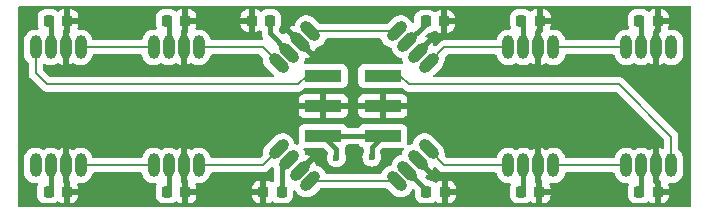
<source format=gbr>
G04 #@! TF.GenerationSoftware,KiCad,Pcbnew,8.0.6*
G04 #@! TF.CreationDate,2025-06-25T21:28:08+01:00*
G04 #@! TF.ProjectId,led-matrix,6c65642d-6d61-4747-9269-782e6b696361,rev?*
G04 #@! TF.SameCoordinates,Original*
G04 #@! TF.FileFunction,Copper,L2,Bot*
G04 #@! TF.FilePolarity,Positive*
%FSLAX46Y46*%
G04 Gerber Fmt 4.6, Leading zero omitted, Abs format (unit mm)*
G04 Created by KiCad (PCBNEW 8.0.6) date 2025-06-25 21:28:08*
%MOMM*%
%LPD*%
G01*
G04 APERTURE LIST*
G04 Aperture macros list*
%AMRoundRect*
0 Rectangle with rounded corners*
0 $1 Rounding radius*
0 $2 $3 $4 $5 $6 $7 $8 $9 X,Y pos of 4 corners*
0 Add a 4 corners polygon primitive as box body*
4,1,4,$2,$3,$4,$5,$6,$7,$8,$9,$2,$3,0*
0 Add four circle primitives for the rounded corners*
1,1,$1+$1,$2,$3*
1,1,$1+$1,$4,$5*
1,1,$1+$1,$6,$7*
1,1,$1+$1,$8,$9*
0 Add four rect primitives between the rounded corners*
20,1,$1+$1,$2,$3,$4,$5,0*
20,1,$1+$1,$4,$5,$6,$7,0*
20,1,$1+$1,$6,$7,$8,$9,0*
20,1,$1+$1,$8,$9,$2,$3,0*%
%AMHorizOval*
0 Thick line with rounded ends*
0 $1 width*
0 $2 $3 position (X,Y) of the first rounded end (center of the circle)*
0 $4 $5 position (X,Y) of the second rounded end (center of the circle)*
0 Add line between two ends*
20,1,$1,$2,$3,$4,$5,0*
0 Add two circle primitives to create the rounded ends*
1,1,$1,$2,$3*
1,1,$1,$4,$5*%
G04 Aperture macros list end*
G04 #@! TA.AperFunction,ComponentPad*
%ADD10O,1.000000X2.000000*%
G04 #@! TD*
G04 #@! TA.AperFunction,ComponentPad*
%ADD11HorizOval,1.000000X0.353553X0.353553X-0.353553X-0.353553X0*%
G04 #@! TD*
G04 #@! TA.AperFunction,ComponentPad*
%ADD12HorizOval,1.000000X-0.353553X0.353553X0.353553X-0.353553X0*%
G04 #@! TD*
G04 #@! TA.AperFunction,SMDPad,CuDef*
%ADD13RoundRect,0.225000X-0.225000X-0.250000X0.225000X-0.250000X0.225000X0.250000X-0.225000X0.250000X0*%
G04 #@! TD*
G04 #@! TA.AperFunction,SMDPad,CuDef*
%ADD14R,3.150000X1.000000*%
G04 #@! TD*
G04 #@! TA.AperFunction,SMDPad,CuDef*
%ADD15RoundRect,0.225000X0.225000X0.250000X-0.225000X0.250000X-0.225000X-0.250000X0.225000X-0.250000X0*%
G04 #@! TD*
G04 #@! TA.AperFunction,ViaPad*
%ADD16C,0.600000*%
G04 #@! TD*
G04 #@! TA.AperFunction,Conductor*
%ADD17C,0.381000*%
G04 #@! TD*
G04 #@! TA.AperFunction,Conductor*
%ADD18C,0.200000*%
G04 #@! TD*
G04 #@! TA.AperFunction,Conductor*
%ADD19C,0.310000*%
G04 #@! TD*
G04 APERTURE END LIST*
D10*
X90310000Y-58500000D03*
X89040000Y-58500000D03*
X87770000Y-58500000D03*
X86500000Y-58500000D03*
D11*
X99752038Y-69847038D03*
X98854013Y-68949013D03*
X97955987Y-68050987D03*
X97057962Y-67152962D03*
D10*
X120310000Y-58500000D03*
X119040000Y-58500000D03*
X117770000Y-58500000D03*
X116500000Y-58500000D03*
X120310000Y-68500000D03*
X119040000Y-68500000D03*
X117770000Y-68500000D03*
X116500000Y-68500000D03*
D12*
X109752038Y-67152962D03*
X108854013Y-68050987D03*
X107955987Y-68949013D03*
X107057962Y-69847038D03*
D10*
X80310000Y-58500000D03*
X79040000Y-58500000D03*
X77770000Y-58500000D03*
X76500000Y-58500000D03*
X130310000Y-58500000D03*
X129040000Y-58500000D03*
X127770000Y-58500000D03*
X126500000Y-58500000D03*
X130310000Y-68500000D03*
X129040000Y-68500000D03*
X127770000Y-68500000D03*
X126500000Y-68500000D03*
X80310000Y-68500000D03*
X79040000Y-68500000D03*
X77770000Y-68500000D03*
X76500000Y-68500000D03*
X90310000Y-68500000D03*
X89040000Y-68500000D03*
X87770000Y-68500000D03*
X86500000Y-68500000D03*
D12*
X99752038Y-57152962D03*
X98854013Y-58050987D03*
X97955987Y-58949013D03*
X97057962Y-59847038D03*
D11*
X109752038Y-59847038D03*
X108854013Y-58949013D03*
X107955987Y-58050987D03*
X107057962Y-57152962D03*
D13*
X127605000Y-70750000D03*
X129155000Y-70750000D03*
X77580000Y-70750000D03*
X79130000Y-70750000D03*
X127605000Y-56250000D03*
X129155000Y-56250000D03*
D14*
X100830000Y-65997189D03*
X105880000Y-65997189D03*
X100830000Y-63457189D03*
X105880000Y-63457189D03*
X100830000Y-60917189D03*
X105880000Y-60917189D03*
D13*
X87605000Y-70750000D03*
X89155000Y-70750000D03*
X109500000Y-56300000D03*
X111050000Y-56300000D03*
X77605000Y-56250000D03*
X79155000Y-56250000D03*
X87605000Y-56250000D03*
X89155000Y-56250000D03*
X117605000Y-56250000D03*
X119155000Y-56250000D03*
D15*
X97325000Y-70750000D03*
X95775000Y-70750000D03*
D13*
X109575000Y-70750000D03*
X111125000Y-70750000D03*
D15*
X96325000Y-56250000D03*
X94775000Y-56250000D03*
D13*
X117580000Y-70750000D03*
X119130000Y-70750000D03*
D16*
X101950000Y-67850000D03*
X104950000Y-67800000D03*
D17*
X117770000Y-58500000D02*
X117770000Y-56415000D01*
X100830000Y-65997189D02*
X105880000Y-65997189D01*
X104950000Y-67800000D02*
X104950000Y-66927189D01*
X117770000Y-68500000D02*
X117770000Y-70667189D01*
X87770000Y-68500000D02*
X87770000Y-70692189D01*
X77770000Y-58500000D02*
X77770000Y-56322189D01*
D18*
X117770000Y-70667189D02*
X117580000Y-70857189D01*
D17*
X101950000Y-67117189D02*
X100830000Y-65997189D01*
X127770000Y-56322189D02*
X127605000Y-56157189D01*
X87770000Y-70692189D02*
X87605000Y-70857189D01*
X127770000Y-58500000D02*
X127770000Y-56322189D01*
X109575000Y-70750000D02*
X109575000Y-70568026D01*
X97325000Y-68681974D02*
X97325000Y-70750000D01*
X107955987Y-58050987D02*
X109500000Y-56506974D01*
X117770000Y-56415000D02*
X117605000Y-56250000D01*
X96325000Y-56250000D02*
X96325000Y-57318026D01*
X77770000Y-70667189D02*
X77580000Y-70857189D01*
X104950000Y-66927189D02*
X105880000Y-65997189D01*
D19*
X109500000Y-56506974D02*
X109500000Y-56300000D01*
D17*
X127770000Y-68500000D02*
X127770000Y-70692189D01*
X96325000Y-57318026D02*
X97955987Y-58949013D01*
D18*
X127770000Y-70692189D02*
X127605000Y-70857189D01*
D17*
X77770000Y-56322189D02*
X77605000Y-56157189D01*
X87770000Y-56322189D02*
X87605000Y-56157189D01*
X101950000Y-67850000D02*
X101950000Y-67117189D01*
X109575000Y-70568026D02*
X107955987Y-68949013D01*
X77770000Y-68500000D02*
X77770000Y-70667189D01*
X87770000Y-58500000D02*
X87770000Y-56322189D01*
X97955987Y-68050987D02*
X97325000Y-68681974D01*
X105880000Y-63457189D02*
X100830000Y-63457189D01*
D18*
X80310000Y-58500000D02*
X86500000Y-58500000D01*
X76500000Y-60700000D02*
X77450000Y-61650000D01*
X99432811Y-60917189D02*
X100830000Y-60917189D01*
X77450000Y-61650000D02*
X98700000Y-61650000D01*
X98700000Y-61650000D02*
X99432811Y-60917189D01*
X76500000Y-58500000D02*
X76500000Y-60700000D01*
X95710924Y-58500000D02*
X97057962Y-59847038D01*
X90310000Y-58500000D02*
X95710924Y-58500000D01*
X99752038Y-57152962D02*
X107057962Y-57152962D01*
X116500000Y-58500000D02*
X111099076Y-58500000D01*
X111099076Y-58500000D02*
X109752038Y-59847038D01*
X120310000Y-58500000D02*
X126500000Y-58500000D01*
X111099076Y-68500000D02*
X109752038Y-67152962D01*
X116500000Y-68500000D02*
X111099076Y-68500000D01*
X120310000Y-68500000D02*
X126500000Y-68500000D01*
X80310000Y-68500000D02*
X86500000Y-68500000D01*
X130310000Y-58500000D02*
X130310000Y-58900000D01*
X76500000Y-68112189D02*
X76500000Y-68500000D01*
X95710924Y-68500000D02*
X97057962Y-67152962D01*
X90310000Y-68500000D02*
X95710924Y-68500000D01*
X99752038Y-69847038D02*
X107057962Y-69847038D01*
X130310000Y-66060000D02*
X130310000Y-68500000D01*
X105880000Y-60917189D02*
X107367189Y-60917189D01*
X108100000Y-61650000D02*
X125900000Y-61650000D01*
X107367189Y-60917189D02*
X108100000Y-61650000D01*
X125900000Y-61650000D02*
X130310000Y-66060000D01*
G04 #@! TA.AperFunction,Conductor*
G36*
X103827747Y-66707874D02*
G01*
X103859974Y-66737878D01*
X103947452Y-66854733D01*
X103947455Y-66854736D01*
X104062664Y-66940982D01*
X104062671Y-66940986D01*
X104178333Y-66984125D01*
X104234267Y-67025996D01*
X104258684Y-67091460D01*
X104259000Y-67100307D01*
X104259000Y-67359387D01*
X104239995Y-67425357D01*
X104224209Y-67450480D01*
X104164633Y-67620737D01*
X104164630Y-67620750D01*
X104144435Y-67799996D01*
X104144435Y-67800003D01*
X104164630Y-67979249D01*
X104164631Y-67979254D01*
X104224211Y-68149523D01*
X104265373Y-68215031D01*
X104320184Y-68302262D01*
X104447738Y-68429816D01*
X104538080Y-68486582D01*
X104597651Y-68524013D01*
X104600478Y-68525789D01*
X104678174Y-68552976D01*
X104770745Y-68585368D01*
X104770750Y-68585369D01*
X104949996Y-68605565D01*
X104950000Y-68605565D01*
X104950004Y-68605565D01*
X105129249Y-68585369D01*
X105129252Y-68585368D01*
X105129255Y-68585368D01*
X105299522Y-68525789D01*
X105452262Y-68429816D01*
X105579816Y-68302262D01*
X105675789Y-68149522D01*
X105735368Y-67979255D01*
X105737799Y-67957679D01*
X105755565Y-67800003D01*
X105755565Y-67799996D01*
X105735369Y-67620750D01*
X105735366Y-67620737D01*
X105675790Y-67450480D01*
X105660005Y-67425357D01*
X105641000Y-67359387D01*
X105641000Y-67264772D01*
X105660685Y-67197733D01*
X105677319Y-67177091D01*
X105820403Y-67034007D01*
X105881726Y-67000522D01*
X105908084Y-66997688D01*
X107502871Y-66997688D01*
X107502872Y-66997688D01*
X107502877Y-66997687D01*
X107502882Y-66997687D01*
X107508408Y-66997092D01*
X107521922Y-66995640D01*
X107590682Y-67008044D01*
X107641820Y-67055653D01*
X107659101Y-67123352D01*
X107638283Y-67187818D01*
X107614271Y-67223755D01*
X107614268Y-67223760D01*
X107538890Y-67405740D01*
X107538887Y-67405750D01*
X107517306Y-67514245D01*
X107484921Y-67576156D01*
X107424205Y-67610730D01*
X107419881Y-67611670D01*
X107310603Y-67633407D01*
X107310597Y-67633409D01*
X107128523Y-67708827D01*
X107128513Y-67708832D01*
X106964653Y-67818320D01*
X106964649Y-67818323D01*
X106825297Y-67957675D01*
X106825294Y-67957679D01*
X106715806Y-68121539D01*
X106715801Y-68121549D01*
X106640383Y-68303623D01*
X106640381Y-68303629D01*
X106618750Y-68412376D01*
X106586365Y-68474287D01*
X106525649Y-68508861D01*
X106521325Y-68509801D01*
X106412578Y-68531432D01*
X106412572Y-68531434D01*
X106230498Y-68606852D01*
X106230488Y-68606857D01*
X106066628Y-68716345D01*
X106066624Y-68716348D01*
X105927272Y-68855700D01*
X105927269Y-68855704D01*
X105817781Y-69019564D01*
X105817778Y-69019571D01*
X105755471Y-69169991D01*
X105711630Y-69224394D01*
X105645335Y-69246459D01*
X105640910Y-69246538D01*
X101169090Y-69246538D01*
X101102051Y-69226853D01*
X101056296Y-69174049D01*
X101054529Y-69169991D01*
X100992222Y-69019571D01*
X100992218Y-69019564D01*
X100882730Y-68855704D01*
X100882727Y-68855700D01*
X100743375Y-68716348D01*
X100743371Y-68716345D01*
X100579511Y-68606857D01*
X100579501Y-68606852D01*
X100397427Y-68531434D01*
X100397421Y-68531432D01*
X100288143Y-68509695D01*
X100226232Y-68477310D01*
X100191658Y-68416594D01*
X100190717Y-68412268D01*
X100169136Y-68303771D01*
X100169135Y-68303767D01*
X100093758Y-68121788D01*
X100070138Y-68086439D01*
X99275738Y-68880838D01*
X99250050Y-68784969D01*
X99194097Y-68688057D01*
X99114969Y-68608929D01*
X99018057Y-68552976D01*
X98922183Y-68527286D01*
X99716585Y-67732885D01*
X99681241Y-67709269D01*
X99681239Y-67709268D01*
X99499259Y-67633890D01*
X99499249Y-67633887D01*
X99390753Y-67612306D01*
X99328843Y-67579921D01*
X99294268Y-67519205D01*
X99293342Y-67514952D01*
X99271591Y-67405598D01*
X99196171Y-67223520D01*
X99196169Y-67223517D01*
X99196167Y-67223513D01*
X99174161Y-67190579D01*
X99153283Y-67123902D01*
X99171767Y-67056522D01*
X99223746Y-67009831D01*
X99277258Y-66997688D01*
X100801915Y-66997688D01*
X100868954Y-67017373D01*
X100889596Y-67034007D01*
X101205167Y-67349578D01*
X101238652Y-67410901D01*
X101233668Y-67480593D01*
X101226998Y-67494093D01*
X101227231Y-67494206D01*
X101224210Y-67500478D01*
X101164633Y-67670737D01*
X101164630Y-67670750D01*
X101144435Y-67849996D01*
X101144435Y-67850003D01*
X101164630Y-68029249D01*
X101164631Y-68029254D01*
X101224211Y-68199523D01*
X101289715Y-68303771D01*
X101320184Y-68352262D01*
X101447738Y-68479816D01*
X101538080Y-68536582D01*
X101568907Y-68555952D01*
X101600478Y-68575789D01*
X101770745Y-68635368D01*
X101770750Y-68635369D01*
X101949996Y-68655565D01*
X101950000Y-68655565D01*
X101950004Y-68655565D01*
X102129249Y-68635369D01*
X102129252Y-68635368D01*
X102129255Y-68635368D01*
X102299522Y-68575789D01*
X102452262Y-68479816D01*
X102579816Y-68352262D01*
X102675789Y-68199522D01*
X102735368Y-68029255D01*
X102739224Y-67995035D01*
X102755565Y-67850003D01*
X102755565Y-67849996D01*
X102735369Y-67670750D01*
X102735366Y-67670737D01*
X102675790Y-67500480D01*
X102660005Y-67475357D01*
X102641000Y-67409387D01*
X102641000Y-67049128D01*
X102638341Y-67035764D01*
X102644565Y-66966172D01*
X102685643Y-66912304D01*
X102762546Y-66854735D01*
X102795434Y-66810803D01*
X102850026Y-66737878D01*
X102905959Y-66696007D01*
X102949292Y-66688189D01*
X103760708Y-66688189D01*
X103827747Y-66707874D01*
G37*
G04 #@! TD.AperFunction*
G04 #@! TA.AperFunction,Conductor*
G36*
X89290000Y-59969862D02*
G01*
X89331690Y-59961569D01*
X89331692Y-59961569D01*
X89513673Y-59886191D01*
X89513676Y-59886189D01*
X89605657Y-59824729D01*
X89672334Y-59803850D01*
X89739715Y-59822334D01*
X89743440Y-59824728D01*
X89836079Y-59886628D01*
X89836092Y-59886635D01*
X90017001Y-59961569D01*
X90018165Y-59962051D01*
X90018169Y-59962051D01*
X90018170Y-59962052D01*
X90211456Y-60000500D01*
X90211459Y-60000500D01*
X90408543Y-60000500D01*
X90538582Y-59974632D01*
X90601835Y-59962051D01*
X90783914Y-59886632D01*
X90784579Y-59886188D01*
X90798052Y-59877185D01*
X90947782Y-59777139D01*
X91087139Y-59637782D01*
X91196632Y-59473914D01*
X91272051Y-59291835D01*
X91272272Y-59290727D01*
X91290257Y-59200309D01*
X91322642Y-59138398D01*
X91383357Y-59103824D01*
X91411874Y-59100500D01*
X95410827Y-59100500D01*
X95477866Y-59120185D01*
X95498508Y-59136819D01*
X95667590Y-59305901D01*
X95701075Y-59367224D01*
X95703909Y-59393582D01*
X95703909Y-59592029D01*
X95742356Y-59785313D01*
X95742358Y-59785321D01*
X95817776Y-59967395D01*
X95817781Y-59967405D01*
X95927269Y-60131265D01*
X95927272Y-60131269D01*
X96633822Y-60837819D01*
X96667307Y-60899142D01*
X96662323Y-60968834D01*
X96620451Y-61024767D01*
X96554987Y-61049184D01*
X96546141Y-61049500D01*
X77750097Y-61049500D01*
X77683058Y-61029815D01*
X77662416Y-61013181D01*
X77136819Y-60487584D01*
X77103334Y-60426261D01*
X77100500Y-60399903D01*
X77100500Y-59987933D01*
X77120185Y-59920894D01*
X77172989Y-59875139D01*
X77242147Y-59865195D01*
X77290690Y-59883797D01*
X77290711Y-59883759D01*
X77291021Y-59883924D01*
X77293396Y-59884835D01*
X77296079Y-59886627D01*
X77296086Y-59886632D01*
X77296092Y-59886635D01*
X77477001Y-59961569D01*
X77478165Y-59962051D01*
X77478169Y-59962051D01*
X77478170Y-59962052D01*
X77671456Y-60000500D01*
X77671459Y-60000500D01*
X77868543Y-60000500D01*
X77998582Y-59974632D01*
X78061835Y-59962051D01*
X78243914Y-59886632D01*
X78243919Y-59886628D01*
X78243922Y-59886627D01*
X78275997Y-59865195D01*
X78336559Y-59824728D01*
X78403234Y-59803850D01*
X78470614Y-59822334D01*
X78474341Y-59824728D01*
X78566321Y-59886188D01*
X78566328Y-59886192D01*
X78748308Y-59961569D01*
X78790000Y-59969862D01*
X78790000Y-58846409D01*
X78875956Y-58896037D01*
X78984048Y-58925000D01*
X79095952Y-58925000D01*
X79204044Y-58896037D01*
X79290000Y-58846409D01*
X79290000Y-59969862D01*
X79331690Y-59961569D01*
X79331692Y-59961569D01*
X79513673Y-59886191D01*
X79513676Y-59886189D01*
X79605657Y-59824729D01*
X79672334Y-59803850D01*
X79739715Y-59822334D01*
X79743440Y-59824728D01*
X79836079Y-59886628D01*
X79836092Y-59886635D01*
X80017001Y-59961569D01*
X80018165Y-59962051D01*
X80018169Y-59962051D01*
X80018170Y-59962052D01*
X80211456Y-60000500D01*
X80211459Y-60000500D01*
X80408543Y-60000500D01*
X80538582Y-59974632D01*
X80601835Y-59962051D01*
X80783914Y-59886632D01*
X80784579Y-59886188D01*
X80798052Y-59877185D01*
X80947782Y-59777139D01*
X81087139Y-59637782D01*
X81196632Y-59473914D01*
X81272051Y-59291835D01*
X81272272Y-59290727D01*
X81290257Y-59200309D01*
X81322642Y-59138398D01*
X81383357Y-59103824D01*
X81411874Y-59100500D01*
X85398126Y-59100500D01*
X85465165Y-59120185D01*
X85510920Y-59172989D01*
X85519743Y-59200309D01*
X85537946Y-59291827D01*
X85537949Y-59291836D01*
X85613364Y-59473907D01*
X85613371Y-59473920D01*
X85722860Y-59637781D01*
X85722863Y-59637785D01*
X85862214Y-59777136D01*
X85862218Y-59777139D01*
X86026079Y-59886628D01*
X86026092Y-59886635D01*
X86207001Y-59961569D01*
X86208165Y-59962051D01*
X86208169Y-59962051D01*
X86208170Y-59962052D01*
X86401456Y-60000500D01*
X86401459Y-60000500D01*
X86598543Y-60000500D01*
X86728582Y-59974632D01*
X86791835Y-59962051D01*
X86973914Y-59886632D01*
X87066109Y-59825029D01*
X87132786Y-59804151D01*
X87200166Y-59822635D01*
X87203891Y-59825029D01*
X87295423Y-59886189D01*
X87296086Y-59886632D01*
X87296088Y-59886633D01*
X87296092Y-59886635D01*
X87477001Y-59961569D01*
X87478165Y-59962051D01*
X87478169Y-59962051D01*
X87478170Y-59962052D01*
X87671456Y-60000500D01*
X87671459Y-60000500D01*
X87868543Y-60000500D01*
X87998582Y-59974632D01*
X88061835Y-59962051D01*
X88243914Y-59886632D01*
X88243919Y-59886628D01*
X88243922Y-59886627D01*
X88275997Y-59865195D01*
X88336559Y-59824728D01*
X88403234Y-59803850D01*
X88470614Y-59822334D01*
X88474341Y-59824728D01*
X88566321Y-59886188D01*
X88566328Y-59886192D01*
X88748308Y-59961569D01*
X88790000Y-59969862D01*
X88790000Y-58846409D01*
X88875956Y-58896037D01*
X88984048Y-58925000D01*
X89095952Y-58925000D01*
X89204044Y-58896037D01*
X89290000Y-58846409D01*
X89290000Y-59969862D01*
G37*
G04 #@! TD.AperFunction*
G04 #@! TA.AperFunction,Conductor*
G36*
X131942539Y-55020185D02*
G01*
X131988294Y-55072989D01*
X131999500Y-55124500D01*
X131999500Y-71875500D01*
X131979815Y-71942539D01*
X131927011Y-71988294D01*
X131875500Y-71999500D01*
X75124500Y-71999500D01*
X75057461Y-71979815D01*
X75011706Y-71927011D01*
X75000500Y-71875500D01*
X75000500Y-64005033D01*
X98755000Y-64005033D01*
X98761401Y-64064561D01*
X98761403Y-64064568D01*
X98811645Y-64199275D01*
X98811649Y-64199282D01*
X98897809Y-64314376D01*
X98897812Y-64314379D01*
X99012906Y-64400539D01*
X99012913Y-64400543D01*
X99147620Y-64450785D01*
X99147627Y-64450787D01*
X99207155Y-64457188D01*
X99207172Y-64457189D01*
X100580000Y-64457189D01*
X101080000Y-64457189D01*
X102452828Y-64457189D01*
X102452844Y-64457188D01*
X102512372Y-64450787D01*
X102512379Y-64450785D01*
X102647086Y-64400543D01*
X102647093Y-64400539D01*
X102762187Y-64314379D01*
X102762190Y-64314376D01*
X102848350Y-64199282D01*
X102848354Y-64199275D01*
X102898596Y-64064568D01*
X102898598Y-64064561D01*
X102904999Y-64005033D01*
X103805000Y-64005033D01*
X103811401Y-64064561D01*
X103811403Y-64064568D01*
X103861645Y-64199275D01*
X103861649Y-64199282D01*
X103947809Y-64314376D01*
X103947812Y-64314379D01*
X104062906Y-64400539D01*
X104062913Y-64400543D01*
X104197620Y-64450785D01*
X104197627Y-64450787D01*
X104257155Y-64457188D01*
X104257172Y-64457189D01*
X105630000Y-64457189D01*
X106130000Y-64457189D01*
X107502828Y-64457189D01*
X107502844Y-64457188D01*
X107562372Y-64450787D01*
X107562379Y-64450785D01*
X107697086Y-64400543D01*
X107697093Y-64400539D01*
X107812187Y-64314379D01*
X107812190Y-64314376D01*
X107898350Y-64199282D01*
X107898354Y-64199275D01*
X107948596Y-64064568D01*
X107948598Y-64064561D01*
X107954999Y-64005033D01*
X107955000Y-64005016D01*
X107955000Y-63707189D01*
X106130000Y-63707189D01*
X106130000Y-64457189D01*
X105630000Y-64457189D01*
X105630000Y-63707189D01*
X103805000Y-63707189D01*
X103805000Y-64005033D01*
X102904999Y-64005033D01*
X102905000Y-64005016D01*
X102905000Y-63707189D01*
X101080000Y-63707189D01*
X101080000Y-64457189D01*
X100580000Y-64457189D01*
X100580000Y-63707189D01*
X98755000Y-63707189D01*
X98755000Y-64005033D01*
X75000500Y-64005033D01*
X75000500Y-62909344D01*
X98755000Y-62909344D01*
X98755000Y-63207189D01*
X100580000Y-63207189D01*
X101080000Y-63207189D01*
X102905000Y-63207189D01*
X102905000Y-62909361D01*
X102904999Y-62909344D01*
X103805000Y-62909344D01*
X103805000Y-63207189D01*
X105630000Y-63207189D01*
X106130000Y-63207189D01*
X107955000Y-63207189D01*
X107955000Y-62909361D01*
X107954999Y-62909344D01*
X107948598Y-62849816D01*
X107948596Y-62849809D01*
X107898354Y-62715102D01*
X107898350Y-62715095D01*
X107812190Y-62600001D01*
X107812187Y-62599998D01*
X107697093Y-62513838D01*
X107697086Y-62513834D01*
X107562379Y-62463592D01*
X107562372Y-62463590D01*
X107502844Y-62457189D01*
X106130000Y-62457189D01*
X106130000Y-63207189D01*
X105630000Y-63207189D01*
X105630000Y-62457189D01*
X104257155Y-62457189D01*
X104197627Y-62463590D01*
X104197620Y-62463592D01*
X104062913Y-62513834D01*
X104062906Y-62513838D01*
X103947812Y-62599998D01*
X103947809Y-62600001D01*
X103861649Y-62715095D01*
X103861645Y-62715102D01*
X103811403Y-62849809D01*
X103811401Y-62849816D01*
X103805000Y-62909344D01*
X102904999Y-62909344D01*
X102898598Y-62849816D01*
X102898596Y-62849809D01*
X102848354Y-62715102D01*
X102848350Y-62715095D01*
X102762190Y-62600001D01*
X102762187Y-62599998D01*
X102647093Y-62513838D01*
X102647086Y-62513834D01*
X102512379Y-62463592D01*
X102512372Y-62463590D01*
X102452844Y-62457189D01*
X101080000Y-62457189D01*
X101080000Y-63207189D01*
X100580000Y-63207189D01*
X100580000Y-62457189D01*
X99207155Y-62457189D01*
X99147627Y-62463590D01*
X99147620Y-62463592D01*
X99012913Y-62513834D01*
X99012906Y-62513838D01*
X98897812Y-62599998D01*
X98897809Y-62600001D01*
X98811649Y-62715095D01*
X98811645Y-62715102D01*
X98761403Y-62849809D01*
X98761401Y-62849816D01*
X98755000Y-62909344D01*
X75000500Y-62909344D01*
X75000500Y-59098543D01*
X75499499Y-59098543D01*
X75537947Y-59291829D01*
X75537950Y-59291839D01*
X75613364Y-59473907D01*
X75613371Y-59473920D01*
X75722860Y-59637781D01*
X75722863Y-59637785D01*
X75863181Y-59778103D01*
X75896666Y-59839426D01*
X75899500Y-59865784D01*
X75899500Y-60613330D01*
X75899499Y-60613348D01*
X75899499Y-60779054D01*
X75899498Y-60779054D01*
X75899499Y-60779057D01*
X75934010Y-60907853D01*
X75940423Y-60931784D01*
X75940423Y-60931785D01*
X75966950Y-60977731D01*
X76019477Y-61068712D01*
X76019481Y-61068717D01*
X76138349Y-61187585D01*
X76138355Y-61187590D01*
X76965139Y-62014374D01*
X76965149Y-62014385D01*
X76969479Y-62018715D01*
X76969480Y-62018716D01*
X77081284Y-62130520D01*
X77168095Y-62180639D01*
X77168097Y-62180641D01*
X77206151Y-62202611D01*
X77218215Y-62209577D01*
X77370943Y-62250501D01*
X77370946Y-62250501D01*
X77536653Y-62250501D01*
X77536669Y-62250500D01*
X98613331Y-62250500D01*
X98613347Y-62250501D01*
X98620943Y-62250501D01*
X98779054Y-62250501D01*
X98779057Y-62250501D01*
X98931785Y-62209577D01*
X98981904Y-62180639D01*
X99068716Y-62130520D01*
X99180520Y-62018716D01*
X99180520Y-62018714D01*
X99190728Y-62008507D01*
X99190730Y-62008503D01*
X99245228Y-61954006D01*
X99306551Y-61920522D01*
X99332908Y-61917688D01*
X102452871Y-61917688D01*
X102452872Y-61917688D01*
X102512483Y-61911280D01*
X102647331Y-61860985D01*
X102762546Y-61774735D01*
X102848796Y-61659520D01*
X102899091Y-61524672D01*
X102905500Y-61465062D01*
X102905499Y-60369317D01*
X102899091Y-60309706D01*
X102872098Y-60237335D01*
X102848797Y-60174860D01*
X102848793Y-60174853D01*
X102762547Y-60059644D01*
X102762544Y-60059641D01*
X102647335Y-59973395D01*
X102647328Y-59973391D01*
X102512482Y-59923097D01*
X102512483Y-59923097D01*
X102452883Y-59916690D01*
X102452881Y-59916689D01*
X102452873Y-59916689D01*
X102452865Y-59916689D01*
X99323673Y-59916689D01*
X99256634Y-59897004D01*
X99210879Y-59844200D01*
X99200935Y-59775042D01*
X99209109Y-59745243D01*
X99271591Y-59594402D01*
X99293329Y-59485115D01*
X99325712Y-59423209D01*
X99386427Y-59388634D01*
X99390754Y-59387693D01*
X99499246Y-59366112D01*
X99499258Y-59366109D01*
X99681242Y-59290730D01*
X99681246Y-59290727D01*
X99716585Y-59267113D01*
X99716586Y-59267112D01*
X98922185Y-58472712D01*
X99018057Y-58447024D01*
X99114969Y-58391071D01*
X99194097Y-58311943D01*
X99250050Y-58215031D01*
X99275738Y-58119159D01*
X100070138Y-58913560D01*
X100070139Y-58913559D01*
X100093753Y-58878220D01*
X100093756Y-58878216D01*
X100169135Y-58696232D01*
X100169136Y-58696229D01*
X100190717Y-58587730D01*
X100223102Y-58525819D01*
X100283817Y-58491244D01*
X100288061Y-58490320D01*
X100397427Y-58468566D01*
X100579505Y-58393146D01*
X100743372Y-58283654D01*
X100882730Y-58144296D01*
X100992222Y-57980429D01*
X101054529Y-57830009D01*
X101098370Y-57775606D01*
X101164665Y-57753541D01*
X101169090Y-57753462D01*
X105640910Y-57753462D01*
X105707949Y-57773147D01*
X105753704Y-57825951D01*
X105755471Y-57830009D01*
X105817776Y-57980425D01*
X105817781Y-57980435D01*
X105927269Y-58144295D01*
X105927272Y-58144299D01*
X106066624Y-58283651D01*
X106066628Y-58283654D01*
X106230488Y-58393142D01*
X106230492Y-58393144D01*
X106230495Y-58393146D01*
X106412573Y-58468566D01*
X106510289Y-58488003D01*
X106521324Y-58490198D01*
X106583235Y-58522582D01*
X106617809Y-58583298D01*
X106618750Y-58587623D01*
X106640381Y-58696370D01*
X106640383Y-58696376D01*
X106715801Y-58878450D01*
X106715806Y-58878460D01*
X106825294Y-59042320D01*
X106825297Y-59042324D01*
X106964649Y-59181676D01*
X106964653Y-59181679D01*
X107128513Y-59291167D01*
X107128517Y-59291169D01*
X107128520Y-59291171D01*
X107310598Y-59366591D01*
X107419883Y-59388329D01*
X107481790Y-59420712D01*
X107516365Y-59481427D01*
X107517306Y-59485753D01*
X107538887Y-59594249D01*
X107538890Y-59594259D01*
X107601427Y-59745237D01*
X107608896Y-59814706D01*
X107577621Y-59877185D01*
X107517532Y-59912837D01*
X107486866Y-59916689D01*
X104257129Y-59916689D01*
X104257123Y-59916690D01*
X104197516Y-59923097D01*
X104062671Y-59973391D01*
X104062664Y-59973395D01*
X103947455Y-60059641D01*
X103947452Y-60059644D01*
X103861206Y-60174853D01*
X103861202Y-60174860D01*
X103810908Y-60309706D01*
X103805799Y-60357233D01*
X103804501Y-60369312D01*
X103804500Y-60369324D01*
X103804500Y-61465059D01*
X103804501Y-61465065D01*
X103810908Y-61524672D01*
X103861202Y-61659517D01*
X103861206Y-61659524D01*
X103947452Y-61774733D01*
X103947455Y-61774736D01*
X104062664Y-61860982D01*
X104062671Y-61860986D01*
X104197517Y-61911280D01*
X104197516Y-61911280D01*
X104204444Y-61912024D01*
X104257127Y-61917689D01*
X107467091Y-61917688D01*
X107534130Y-61937373D01*
X107554772Y-61954007D01*
X107615139Y-62014374D01*
X107615149Y-62014385D01*
X107619479Y-62018715D01*
X107619480Y-62018716D01*
X107731284Y-62130520D01*
X107818095Y-62180639D01*
X107818097Y-62180641D01*
X107868213Y-62209576D01*
X107868215Y-62209577D01*
X108020942Y-62250500D01*
X108020943Y-62250500D01*
X125599903Y-62250500D01*
X125666942Y-62270185D01*
X125687584Y-62286819D01*
X129673181Y-66272416D01*
X129706666Y-66333739D01*
X129709500Y-66360097D01*
X129709500Y-67012666D01*
X129689815Y-67079705D01*
X129637011Y-67125460D01*
X129567853Y-67135404D01*
X129516616Y-67115773D01*
X129513685Y-67113815D01*
X129513671Y-67113807D01*
X129331691Y-67038429D01*
X129331683Y-67038427D01*
X129290000Y-67030135D01*
X129290000Y-68153590D01*
X129204044Y-68103963D01*
X129095952Y-68075000D01*
X128984048Y-68075000D01*
X128875956Y-68103963D01*
X128790000Y-68153590D01*
X128790000Y-67030136D01*
X128789999Y-67030135D01*
X128748316Y-67038427D01*
X128748308Y-67038429D01*
X128566325Y-67113809D01*
X128474339Y-67175271D01*
X128407661Y-67196148D01*
X128340281Y-67177663D01*
X128336559Y-67175271D01*
X128275115Y-67134216D01*
X128243914Y-67113368D01*
X128243911Y-67113366D01*
X128243910Y-67113366D01*
X128061839Y-67037950D01*
X128061829Y-67037947D01*
X127868543Y-66999500D01*
X127868541Y-66999500D01*
X127671459Y-66999500D01*
X127671457Y-66999500D01*
X127478170Y-67037947D01*
X127478160Y-67037950D01*
X127296089Y-67113366D01*
X127203890Y-67174971D01*
X127137213Y-67195848D01*
X127069833Y-67177363D01*
X127066110Y-67174971D01*
X127005115Y-67134216D01*
X126973914Y-67113368D01*
X126973911Y-67113366D01*
X126973910Y-67113366D01*
X126791839Y-67037950D01*
X126791829Y-67037947D01*
X126598543Y-66999500D01*
X126598541Y-66999500D01*
X126401459Y-66999500D01*
X126401457Y-66999500D01*
X126208170Y-67037947D01*
X126208160Y-67037950D01*
X126026092Y-67113364D01*
X126026079Y-67113371D01*
X125862218Y-67222860D01*
X125862214Y-67222863D01*
X125722863Y-67362214D01*
X125722860Y-67362218D01*
X125613371Y-67526079D01*
X125613364Y-67526092D01*
X125537949Y-67708163D01*
X125537946Y-67708172D01*
X125519743Y-67799691D01*
X125487358Y-67861602D01*
X125426643Y-67896176D01*
X125398126Y-67899500D01*
X121411874Y-67899500D01*
X121344835Y-67879815D01*
X121299080Y-67827011D01*
X121290257Y-67799691D01*
X121272053Y-67708172D01*
X121272050Y-67708163D01*
X121196635Y-67526092D01*
X121196628Y-67526079D01*
X121087139Y-67362218D01*
X121087136Y-67362214D01*
X120947785Y-67222863D01*
X120947781Y-67222860D01*
X120783920Y-67113371D01*
X120783907Y-67113364D01*
X120601839Y-67037950D01*
X120601829Y-67037947D01*
X120408543Y-66999500D01*
X120408541Y-66999500D01*
X120211459Y-66999500D01*
X120211457Y-66999500D01*
X120018170Y-67037947D01*
X120018160Y-67037950D01*
X119836093Y-67113364D01*
X119836082Y-67113370D01*
X119743440Y-67175271D01*
X119676762Y-67196148D01*
X119609382Y-67177663D01*
X119605659Y-67175270D01*
X119513684Y-67113814D01*
X119513671Y-67113807D01*
X119331691Y-67038429D01*
X119331683Y-67038427D01*
X119290000Y-67030135D01*
X119290000Y-68153590D01*
X119204044Y-68103963D01*
X119095952Y-68075000D01*
X118984048Y-68075000D01*
X118875956Y-68103963D01*
X118790000Y-68153590D01*
X118790000Y-67030136D01*
X118789999Y-67030135D01*
X118748316Y-67038427D01*
X118748308Y-67038429D01*
X118566325Y-67113809D01*
X118474339Y-67175271D01*
X118407661Y-67196148D01*
X118340281Y-67177663D01*
X118336559Y-67175271D01*
X118275115Y-67134216D01*
X118243914Y-67113368D01*
X118243911Y-67113366D01*
X118243910Y-67113366D01*
X118061839Y-67037950D01*
X118061829Y-67037947D01*
X117868543Y-66999500D01*
X117868541Y-66999500D01*
X117671459Y-66999500D01*
X117671457Y-66999500D01*
X117478170Y-67037947D01*
X117478160Y-67037950D01*
X117296089Y-67113366D01*
X117203890Y-67174971D01*
X117137213Y-67195848D01*
X117069833Y-67177363D01*
X117066110Y-67174971D01*
X117005115Y-67134216D01*
X116973914Y-67113368D01*
X116973911Y-67113366D01*
X116973910Y-67113366D01*
X116791839Y-67037950D01*
X116791829Y-67037947D01*
X116598543Y-66999500D01*
X116598541Y-66999500D01*
X116401459Y-66999500D01*
X116401457Y-66999500D01*
X116208170Y-67037947D01*
X116208160Y-67037950D01*
X116026092Y-67113364D01*
X116026079Y-67113371D01*
X115862218Y-67222860D01*
X115862214Y-67222863D01*
X115722863Y-67362214D01*
X115722860Y-67362218D01*
X115613371Y-67526079D01*
X115613364Y-67526092D01*
X115537949Y-67708163D01*
X115537946Y-67708172D01*
X115519743Y-67799691D01*
X115487358Y-67861602D01*
X115426643Y-67896176D01*
X115398126Y-67899500D01*
X111399173Y-67899500D01*
X111332134Y-67879815D01*
X111311492Y-67863181D01*
X111142410Y-67694099D01*
X111108925Y-67632776D01*
X111106091Y-67606418D01*
X111106091Y-67407972D01*
X111106090Y-67407970D01*
X111096989Y-67362218D01*
X111067642Y-67214679D01*
X110992222Y-67032601D01*
X110992220Y-67032598D01*
X110992218Y-67032594D01*
X110882730Y-66868734D01*
X110882727Y-66868730D01*
X110036269Y-66022272D01*
X110036265Y-66022269D01*
X109872405Y-65912781D01*
X109872395Y-65912776D01*
X109690321Y-65837358D01*
X109690313Y-65837356D01*
X109497028Y-65798909D01*
X109497025Y-65798909D01*
X109299945Y-65798909D01*
X109299942Y-65798909D01*
X109106656Y-65837356D01*
X109106648Y-65837358D01*
X108924574Y-65912776D01*
X108924564Y-65912781D01*
X108760704Y-66022269D01*
X108760700Y-66022272D01*
X108621348Y-66161624D01*
X108621345Y-66161628D01*
X108511857Y-66325488D01*
X108511852Y-66325498D01*
X108436434Y-66507572D01*
X108436432Y-66507580D01*
X108414696Y-66616854D01*
X108382311Y-66678765D01*
X108321595Y-66713339D01*
X108317271Y-66714280D01*
X108208776Y-66735861D01*
X108208775Y-66735862D01*
X108106955Y-66778036D01*
X108037485Y-66785504D01*
X107975006Y-66754228D01*
X107939354Y-66694139D01*
X107941849Y-66624314D01*
X107943312Y-66620165D01*
X107949091Y-66604672D01*
X107955500Y-66545062D01*
X107955499Y-65449317D01*
X107949091Y-65389706D01*
X107917941Y-65306189D01*
X107898797Y-65254860D01*
X107898793Y-65254853D01*
X107812547Y-65139644D01*
X107812544Y-65139641D01*
X107697335Y-65053395D01*
X107697328Y-65053391D01*
X107562482Y-65003097D01*
X107562483Y-65003097D01*
X107502883Y-64996690D01*
X107502881Y-64996689D01*
X107502873Y-64996689D01*
X107502864Y-64996689D01*
X104257129Y-64996689D01*
X104257123Y-64996690D01*
X104197516Y-65003097D01*
X104062671Y-65053391D01*
X104062664Y-65053395D01*
X103947455Y-65139641D01*
X103947452Y-65139644D01*
X103859974Y-65256500D01*
X103804041Y-65298371D01*
X103760708Y-65306189D01*
X102949292Y-65306189D01*
X102882253Y-65286504D01*
X102850026Y-65256500D01*
X102762547Y-65139644D01*
X102762544Y-65139641D01*
X102647335Y-65053395D01*
X102647328Y-65053391D01*
X102512482Y-65003097D01*
X102512483Y-65003097D01*
X102452883Y-64996690D01*
X102452881Y-64996689D01*
X102452873Y-64996689D01*
X102452864Y-64996689D01*
X99207129Y-64996689D01*
X99207123Y-64996690D01*
X99147516Y-65003097D01*
X99012671Y-65053391D01*
X99012664Y-65053395D01*
X98897455Y-65139641D01*
X98897452Y-65139644D01*
X98811206Y-65254853D01*
X98811202Y-65254860D01*
X98760908Y-65389706D01*
X98754501Y-65449305D01*
X98754501Y-65449312D01*
X98754500Y-65449324D01*
X98754500Y-66545059D01*
X98754501Y-66545068D01*
X98760783Y-66603507D01*
X98748376Y-66672266D01*
X98700764Y-66723402D01*
X98633064Y-66740680D01*
X98607383Y-66736401D01*
X98607350Y-66736571D01*
X98601912Y-66735489D01*
X98601502Y-66735421D01*
X98601374Y-66735382D01*
X98492623Y-66713750D01*
X98430712Y-66681365D01*
X98396138Y-66620649D01*
X98395198Y-66616324D01*
X98373567Y-66507580D01*
X98373566Y-66507573D01*
X98298146Y-66325495D01*
X98298144Y-66325492D01*
X98298142Y-66325488D01*
X98188654Y-66161628D01*
X98188651Y-66161624D01*
X98049299Y-66022272D01*
X98049295Y-66022269D01*
X97885435Y-65912781D01*
X97885425Y-65912776D01*
X97703351Y-65837358D01*
X97703343Y-65837356D01*
X97510058Y-65798909D01*
X97510055Y-65798909D01*
X97312975Y-65798909D01*
X97312972Y-65798909D01*
X97119686Y-65837356D01*
X97119678Y-65837358D01*
X96937604Y-65912776D01*
X96937594Y-65912781D01*
X96773734Y-66022269D01*
X96773730Y-66022272D01*
X95927272Y-66868730D01*
X95927269Y-66868734D01*
X95817781Y-67032594D01*
X95817776Y-67032604D01*
X95742358Y-67214678D01*
X95742356Y-67214686D01*
X95703909Y-67407970D01*
X95703909Y-67606417D01*
X95684224Y-67673456D01*
X95667594Y-67694093D01*
X95498506Y-67863182D01*
X95437185Y-67896666D01*
X95410827Y-67899500D01*
X91411874Y-67899500D01*
X91344835Y-67879815D01*
X91299080Y-67827011D01*
X91290257Y-67799691D01*
X91272053Y-67708172D01*
X91272050Y-67708163D01*
X91196635Y-67526092D01*
X91196628Y-67526079D01*
X91087139Y-67362218D01*
X91087136Y-67362214D01*
X90947785Y-67222863D01*
X90947781Y-67222860D01*
X90783920Y-67113371D01*
X90783907Y-67113364D01*
X90601839Y-67037950D01*
X90601829Y-67037947D01*
X90408543Y-66999500D01*
X90408541Y-66999500D01*
X90211459Y-66999500D01*
X90211457Y-66999500D01*
X90018170Y-67037947D01*
X90018160Y-67037950D01*
X89836093Y-67113364D01*
X89836082Y-67113370D01*
X89743440Y-67175271D01*
X89676762Y-67196148D01*
X89609382Y-67177663D01*
X89605659Y-67175270D01*
X89513684Y-67113814D01*
X89513671Y-67113807D01*
X89331691Y-67038429D01*
X89331683Y-67038427D01*
X89290000Y-67030135D01*
X89290000Y-68153590D01*
X89204044Y-68103963D01*
X89095952Y-68075000D01*
X88984048Y-68075000D01*
X88875956Y-68103963D01*
X88790000Y-68153590D01*
X88790000Y-67030136D01*
X88789999Y-67030135D01*
X88748316Y-67038427D01*
X88748308Y-67038429D01*
X88566325Y-67113809D01*
X88474339Y-67175271D01*
X88407661Y-67196148D01*
X88340281Y-67177663D01*
X88336559Y-67175271D01*
X88275115Y-67134216D01*
X88243914Y-67113368D01*
X88243911Y-67113366D01*
X88243910Y-67113366D01*
X88061839Y-67037950D01*
X88061829Y-67037947D01*
X87868543Y-66999500D01*
X87868541Y-66999500D01*
X87671459Y-66999500D01*
X87671457Y-66999500D01*
X87478170Y-67037947D01*
X87478160Y-67037950D01*
X87296089Y-67113366D01*
X87203890Y-67174971D01*
X87137213Y-67195848D01*
X87069833Y-67177363D01*
X87066110Y-67174971D01*
X87005115Y-67134216D01*
X86973914Y-67113368D01*
X86973911Y-67113366D01*
X86973910Y-67113366D01*
X86791839Y-67037950D01*
X86791829Y-67037947D01*
X86598543Y-66999500D01*
X86598541Y-66999500D01*
X86401459Y-66999500D01*
X86401457Y-66999500D01*
X86208170Y-67037947D01*
X86208160Y-67037950D01*
X86026092Y-67113364D01*
X86026079Y-67113371D01*
X85862218Y-67222860D01*
X85862214Y-67222863D01*
X85722863Y-67362214D01*
X85722860Y-67362218D01*
X85613371Y-67526079D01*
X85613364Y-67526092D01*
X85537949Y-67708163D01*
X85537946Y-67708172D01*
X85519743Y-67799691D01*
X85487358Y-67861602D01*
X85426643Y-67896176D01*
X85398126Y-67899500D01*
X81411874Y-67899500D01*
X81344835Y-67879815D01*
X81299080Y-67827011D01*
X81290257Y-67799691D01*
X81272053Y-67708172D01*
X81272050Y-67708163D01*
X81196635Y-67526092D01*
X81196628Y-67526079D01*
X81087139Y-67362218D01*
X81087136Y-67362214D01*
X80947785Y-67222863D01*
X80947781Y-67222860D01*
X80783920Y-67113371D01*
X80783907Y-67113364D01*
X80601839Y-67037950D01*
X80601829Y-67037947D01*
X80408543Y-66999500D01*
X80408541Y-66999500D01*
X80211459Y-66999500D01*
X80211457Y-66999500D01*
X80018170Y-67037947D01*
X80018160Y-67037950D01*
X79836093Y-67113364D01*
X79836082Y-67113370D01*
X79743440Y-67175271D01*
X79676762Y-67196148D01*
X79609382Y-67177663D01*
X79605659Y-67175270D01*
X79513684Y-67113814D01*
X79513671Y-67113807D01*
X79331691Y-67038429D01*
X79331683Y-67038427D01*
X79290000Y-67030135D01*
X79290000Y-68153590D01*
X79204044Y-68103963D01*
X79095952Y-68075000D01*
X78984048Y-68075000D01*
X78875956Y-68103963D01*
X78790000Y-68153590D01*
X78790000Y-67030136D01*
X78789999Y-67030135D01*
X78748316Y-67038427D01*
X78748308Y-67038429D01*
X78566325Y-67113809D01*
X78474339Y-67175271D01*
X78407661Y-67196148D01*
X78340281Y-67177663D01*
X78336559Y-67175271D01*
X78275115Y-67134216D01*
X78243914Y-67113368D01*
X78243911Y-67113366D01*
X78243910Y-67113366D01*
X78061839Y-67037950D01*
X78061829Y-67037947D01*
X77868543Y-66999500D01*
X77868541Y-66999500D01*
X77671459Y-66999500D01*
X77671457Y-66999500D01*
X77478170Y-67037947D01*
X77478160Y-67037950D01*
X77296089Y-67113366D01*
X77203890Y-67174971D01*
X77137213Y-67195848D01*
X77069833Y-67177363D01*
X77066110Y-67174971D01*
X77005115Y-67134216D01*
X76973914Y-67113368D01*
X76973911Y-67113366D01*
X76973910Y-67113366D01*
X76791839Y-67037950D01*
X76791829Y-67037947D01*
X76598543Y-66999500D01*
X76598541Y-66999500D01*
X76401459Y-66999500D01*
X76401457Y-66999500D01*
X76208170Y-67037947D01*
X76208160Y-67037950D01*
X76026092Y-67113364D01*
X76026079Y-67113371D01*
X75862218Y-67222860D01*
X75862214Y-67222863D01*
X75722863Y-67362214D01*
X75722860Y-67362218D01*
X75613371Y-67526079D01*
X75613364Y-67526092D01*
X75537950Y-67708160D01*
X75537947Y-67708170D01*
X75499500Y-67901456D01*
X75499500Y-67901459D01*
X75499500Y-69098541D01*
X75499500Y-69098543D01*
X75499499Y-69098543D01*
X75537947Y-69291829D01*
X75537950Y-69291839D01*
X75613364Y-69473907D01*
X75613371Y-69473920D01*
X75722860Y-69637781D01*
X75722863Y-69637785D01*
X75862214Y-69777136D01*
X75862218Y-69777139D01*
X76026079Y-69886628D01*
X76026092Y-69886635D01*
X76208160Y-69962049D01*
X76208165Y-69962051D01*
X76208169Y-69962051D01*
X76208170Y-69962052D01*
X76401456Y-70000500D01*
X76588511Y-70000500D01*
X76655550Y-70020185D01*
X76701305Y-70072989D01*
X76711249Y-70142147D01*
X76695839Y-70184656D01*
X76696051Y-70184755D01*
X76694940Y-70187135D01*
X76694048Y-70189599D01*
X76693000Y-70191296D01*
X76692996Y-70191305D01*
X76639651Y-70352290D01*
X76629500Y-70451647D01*
X76629500Y-71048337D01*
X76629501Y-71048355D01*
X76639650Y-71147707D01*
X76639651Y-71147710D01*
X76692996Y-71308694D01*
X76693001Y-71308705D01*
X76782029Y-71453040D01*
X76782032Y-71453044D01*
X76901955Y-71572967D01*
X76901959Y-71572970D01*
X77046294Y-71661998D01*
X77046297Y-71661999D01*
X77046303Y-71662003D01*
X77207292Y-71715349D01*
X77306655Y-71725500D01*
X77853344Y-71725499D01*
X77853352Y-71725498D01*
X77853355Y-71725498D01*
X77907760Y-71719940D01*
X77952708Y-71715349D01*
X78113697Y-71662003D01*
X78258044Y-71572968D01*
X78267668Y-71563343D01*
X78328987Y-71529856D01*
X78398679Y-71534835D01*
X78443034Y-71563339D01*
X78452267Y-71572572D01*
X78452271Y-71572575D01*
X78596507Y-71661542D01*
X78596518Y-71661547D01*
X78757393Y-71714855D01*
X78856683Y-71724999D01*
X79380000Y-71724999D01*
X79403308Y-71724999D01*
X79403322Y-71724998D01*
X79502607Y-71714855D01*
X79663481Y-71661547D01*
X79663492Y-71661542D01*
X79807728Y-71572575D01*
X79807732Y-71572572D01*
X79927572Y-71452732D01*
X79927575Y-71452728D01*
X80016542Y-71308492D01*
X80016547Y-71308481D01*
X80069855Y-71147606D01*
X80079999Y-71048322D01*
X80080000Y-71048309D01*
X80080000Y-71000000D01*
X79380000Y-71000000D01*
X79380000Y-71724999D01*
X78856683Y-71724999D01*
X78880000Y-71724998D01*
X78880000Y-70043000D01*
X78865866Y-70028866D01*
X78846961Y-70023315D01*
X78801206Y-69970511D01*
X78790000Y-69919000D01*
X78790000Y-68846409D01*
X78875956Y-68896037D01*
X78984048Y-68925000D01*
X79095952Y-68925000D01*
X79204044Y-68896037D01*
X79290000Y-68846409D01*
X79290000Y-69732000D01*
X79304133Y-69746133D01*
X79323039Y-69751685D01*
X79368794Y-69804489D01*
X79380000Y-69856000D01*
X79380000Y-70500000D01*
X80079999Y-70500000D01*
X80079999Y-70451692D01*
X80079998Y-70451677D01*
X80069855Y-70352392D01*
X80016547Y-70191518D01*
X80016544Y-70191512D01*
X80004407Y-70171835D01*
X79985966Y-70104443D01*
X80006887Y-70037779D01*
X80060529Y-69993009D01*
X80129859Y-69984347D01*
X80134136Y-69985120D01*
X80211454Y-70000499D01*
X80211457Y-70000500D01*
X80211459Y-70000500D01*
X80408543Y-70000500D01*
X80561139Y-69970146D01*
X80601835Y-69962051D01*
X80783914Y-69886632D01*
X80947782Y-69777139D01*
X81087139Y-69637782D01*
X81196632Y-69473914D01*
X81272051Y-69291835D01*
X81272272Y-69290727D01*
X81290257Y-69200309D01*
X81322642Y-69138398D01*
X81383357Y-69103824D01*
X81411874Y-69100500D01*
X85398126Y-69100500D01*
X85465165Y-69120185D01*
X85510920Y-69172989D01*
X85519743Y-69200309D01*
X85537946Y-69291827D01*
X85537949Y-69291836D01*
X85613364Y-69473907D01*
X85613371Y-69473920D01*
X85722860Y-69637781D01*
X85722863Y-69637785D01*
X85862214Y-69777136D01*
X85862218Y-69777139D01*
X86026079Y-69886628D01*
X86026092Y-69886635D01*
X86208160Y-69962049D01*
X86208165Y-69962051D01*
X86208169Y-69962051D01*
X86208170Y-69962052D01*
X86401456Y-70000500D01*
X86401459Y-70000500D01*
X86598537Y-70000500D01*
X86598541Y-70000500D01*
X86598544Y-70000499D01*
X86601928Y-70000166D01*
X86603689Y-70000500D01*
X86604633Y-70000500D01*
X86604633Y-70000678D01*
X86670574Y-70013184D01*
X86721285Y-70061248D01*
X86737961Y-70129099D01*
X86720856Y-70184664D01*
X86721051Y-70184755D01*
X86720398Y-70186155D01*
X86719628Y-70188657D01*
X86718002Y-70191292D01*
X86717996Y-70191305D01*
X86664651Y-70352290D01*
X86654500Y-70451647D01*
X86654500Y-71048337D01*
X86654501Y-71048355D01*
X86664650Y-71147707D01*
X86664651Y-71147710D01*
X86717996Y-71308694D01*
X86718001Y-71308705D01*
X86807029Y-71453040D01*
X86807032Y-71453044D01*
X86926955Y-71572967D01*
X86926959Y-71572970D01*
X87071294Y-71661998D01*
X87071297Y-71661999D01*
X87071303Y-71662003D01*
X87232292Y-71715349D01*
X87331655Y-71725500D01*
X87878344Y-71725499D01*
X87878352Y-71725498D01*
X87878355Y-71725498D01*
X87932760Y-71719940D01*
X87977708Y-71715349D01*
X88138697Y-71662003D01*
X88283044Y-71572968D01*
X88292668Y-71563343D01*
X88353987Y-71529856D01*
X88423679Y-71534835D01*
X88468034Y-71563339D01*
X88477267Y-71572572D01*
X88477271Y-71572575D01*
X88621507Y-71661542D01*
X88621518Y-71661547D01*
X88782393Y-71714855D01*
X88881683Y-71724999D01*
X89405000Y-71724999D01*
X89428308Y-71724999D01*
X89428322Y-71724998D01*
X89527607Y-71714855D01*
X89688481Y-71661547D01*
X89688492Y-71661542D01*
X89832728Y-71572575D01*
X89832732Y-71572572D01*
X89952572Y-71452732D01*
X89952575Y-71452728D01*
X90041542Y-71308492D01*
X90041547Y-71308481D01*
X90094855Y-71147606D01*
X90104999Y-71048322D01*
X94825001Y-71048322D01*
X94835144Y-71147607D01*
X94888452Y-71308481D01*
X94888457Y-71308492D01*
X94977424Y-71452728D01*
X94977427Y-71452732D01*
X95097267Y-71572572D01*
X95097271Y-71572575D01*
X95241507Y-71661542D01*
X95241518Y-71661547D01*
X95402393Y-71714855D01*
X95501683Y-71724999D01*
X95525000Y-71724998D01*
X95525000Y-71000000D01*
X94825001Y-71000000D01*
X94825001Y-71048322D01*
X90104999Y-71048322D01*
X90105000Y-71048309D01*
X90105000Y-71000000D01*
X89405000Y-71000000D01*
X89405000Y-71724999D01*
X88881683Y-71724999D01*
X88905000Y-71724998D01*
X88905000Y-70043000D01*
X88901258Y-70039258D01*
X88846961Y-70023315D01*
X88801206Y-69970511D01*
X88790000Y-69919000D01*
X88790000Y-68846409D01*
X88875956Y-68896037D01*
X88984048Y-68925000D01*
X89095952Y-68925000D01*
X89204044Y-68896037D01*
X89290000Y-68846409D01*
X89290000Y-69732000D01*
X89293741Y-69735741D01*
X89348039Y-69751685D01*
X89393794Y-69804489D01*
X89405000Y-69856000D01*
X89405000Y-70500000D01*
X90104999Y-70500000D01*
X90104999Y-70451692D01*
X90104998Y-70451677D01*
X94825000Y-70451677D01*
X94825000Y-70500000D01*
X95525000Y-70500000D01*
X95525000Y-69774999D01*
X95501693Y-69775000D01*
X95501674Y-69775001D01*
X95402392Y-69785144D01*
X95241518Y-69838452D01*
X95241507Y-69838457D01*
X95097271Y-69927424D01*
X95097267Y-69927427D01*
X94977427Y-70047267D01*
X94977424Y-70047271D01*
X94888457Y-70191507D01*
X94888452Y-70191518D01*
X94835144Y-70352393D01*
X94825000Y-70451677D01*
X90104998Y-70451677D01*
X90094855Y-70352392D01*
X90041547Y-70191518D01*
X90041543Y-70191509D01*
X90032904Y-70177504D01*
X90014462Y-70110112D01*
X90035383Y-70043448D01*
X90089024Y-69998677D01*
X90158355Y-69990014D01*
X90162633Y-69990788D01*
X90211456Y-70000500D01*
X90211459Y-70000500D01*
X90408543Y-70000500D01*
X90561139Y-69970146D01*
X90601835Y-69962051D01*
X90783914Y-69886632D01*
X90947782Y-69777139D01*
X91087139Y-69637782D01*
X91196632Y-69473914D01*
X91272051Y-69291835D01*
X91272272Y-69290727D01*
X91290257Y-69200309D01*
X91322642Y-69138398D01*
X91383357Y-69103824D01*
X91411874Y-69100500D01*
X95624255Y-69100500D01*
X95624271Y-69100501D01*
X95631867Y-69100501D01*
X95789978Y-69100501D01*
X95789981Y-69100501D01*
X95942709Y-69059577D01*
X96012001Y-69019571D01*
X96079640Y-68980520D01*
X96191444Y-68868716D01*
X96191444Y-68868714D01*
X96201648Y-68858511D01*
X96201652Y-68858506D01*
X96422319Y-68637839D01*
X96483642Y-68604354D01*
X96553334Y-68609338D01*
X96609267Y-68651210D01*
X96633684Y-68716674D01*
X96634000Y-68725520D01*
X96634000Y-69817059D01*
X96614315Y-69884098D01*
X96561511Y-69929853D01*
X96492353Y-69939797D01*
X96444903Y-69922597D01*
X96308492Y-69838457D01*
X96308481Y-69838452D01*
X96147606Y-69785144D01*
X96048322Y-69775000D01*
X96025000Y-69775000D01*
X96025000Y-71724999D01*
X96048308Y-71724999D01*
X96048322Y-71724998D01*
X96147607Y-71714855D01*
X96308481Y-71661547D01*
X96308492Y-71661542D01*
X96452731Y-71572573D01*
X96461959Y-71563345D01*
X96523279Y-71529856D01*
X96592971Y-71534835D01*
X96637327Y-71563339D01*
X96646955Y-71572967D01*
X96646959Y-71572970D01*
X96791294Y-71661998D01*
X96791297Y-71661999D01*
X96791303Y-71662003D01*
X96952292Y-71715349D01*
X97051655Y-71725500D01*
X97598344Y-71725499D01*
X97598352Y-71725498D01*
X97598355Y-71725498D01*
X97652760Y-71719940D01*
X97697708Y-71715349D01*
X97858697Y-71662003D01*
X98003044Y-71572968D01*
X98122968Y-71453044D01*
X98212003Y-71308697D01*
X98265349Y-71147708D01*
X98275500Y-71048345D01*
X98275499Y-70727283D01*
X98295183Y-70660246D01*
X98347987Y-70614491D01*
X98417146Y-70604547D01*
X98480701Y-70633572D01*
X98507098Y-70670142D01*
X98508984Y-70669135D01*
X98511857Y-70674511D01*
X98621345Y-70838371D01*
X98621348Y-70838375D01*
X98760700Y-70977727D01*
X98760704Y-70977730D01*
X98924564Y-71087218D01*
X98924568Y-71087220D01*
X98924571Y-71087222D01*
X99106649Y-71162642D01*
X99299940Y-71201090D01*
X99299943Y-71201091D01*
X99299945Y-71201091D01*
X99497027Y-71201091D01*
X99497028Y-71201090D01*
X99690321Y-71162642D01*
X99872399Y-71087222D01*
X100036266Y-70977730D01*
X100530139Y-70483857D01*
X100591462Y-70450372D01*
X100617820Y-70447538D01*
X106192180Y-70447538D01*
X106259219Y-70467223D01*
X106279861Y-70483857D01*
X106773730Y-70977727D01*
X106773734Y-70977730D01*
X106937594Y-71087218D01*
X106937598Y-71087220D01*
X106937601Y-71087222D01*
X107119679Y-71162642D01*
X107312970Y-71201090D01*
X107312973Y-71201091D01*
X107312975Y-71201091D01*
X107510057Y-71201091D01*
X107510058Y-71201090D01*
X107703351Y-71162642D01*
X107885429Y-71087222D01*
X108049296Y-70977730D01*
X108188654Y-70838372D01*
X108298146Y-70674505D01*
X108346076Y-70558792D01*
X108389916Y-70504390D01*
X108456210Y-70482325D01*
X108523909Y-70499604D01*
X108548317Y-70518565D01*
X108588181Y-70558429D01*
X108621666Y-70619752D01*
X108624500Y-70646110D01*
X108624500Y-71048337D01*
X108624501Y-71048355D01*
X108634650Y-71147707D01*
X108634651Y-71147710D01*
X108687996Y-71308694D01*
X108688001Y-71308705D01*
X108777029Y-71453040D01*
X108777032Y-71453044D01*
X108896955Y-71572967D01*
X108896959Y-71572970D01*
X109041294Y-71661998D01*
X109041297Y-71661999D01*
X109041303Y-71662003D01*
X109202292Y-71715349D01*
X109301655Y-71725500D01*
X109848344Y-71725499D01*
X109848352Y-71725498D01*
X109848355Y-71725498D01*
X109902760Y-71719940D01*
X109947708Y-71715349D01*
X110108697Y-71662003D01*
X110253044Y-71572968D01*
X110262668Y-71563343D01*
X110323987Y-71529856D01*
X110393679Y-71534835D01*
X110438034Y-71563339D01*
X110447267Y-71572572D01*
X110447271Y-71572575D01*
X110591507Y-71661542D01*
X110591518Y-71661547D01*
X110752393Y-71714855D01*
X110851683Y-71724999D01*
X111375000Y-71724999D01*
X111398308Y-71724999D01*
X111398322Y-71724998D01*
X111497607Y-71714855D01*
X111658481Y-71661547D01*
X111658492Y-71661542D01*
X111802728Y-71572575D01*
X111802732Y-71572572D01*
X111922572Y-71452732D01*
X111922575Y-71452728D01*
X112011542Y-71308492D01*
X112011547Y-71308481D01*
X112064855Y-71147606D01*
X112074999Y-71048322D01*
X112075000Y-71048309D01*
X112075000Y-71000000D01*
X111375000Y-71000000D01*
X111375000Y-71724999D01*
X110851683Y-71724999D01*
X110875000Y-71724998D01*
X110875000Y-70500000D01*
X111375000Y-70500000D01*
X112074999Y-70500000D01*
X112074999Y-70451692D01*
X112074998Y-70451677D01*
X112064855Y-70352392D01*
X112011547Y-70191518D01*
X112011542Y-70191507D01*
X111922575Y-70047271D01*
X111922572Y-70047267D01*
X111802732Y-69927427D01*
X111802728Y-69927424D01*
X111658492Y-69838457D01*
X111658481Y-69838452D01*
X111497606Y-69785144D01*
X111398322Y-69775000D01*
X111375000Y-69775000D01*
X111375000Y-70500000D01*
X110875000Y-70500000D01*
X110875000Y-69774999D01*
X110851693Y-69775000D01*
X110851674Y-69775001D01*
X110752392Y-69785144D01*
X110591518Y-69838452D01*
X110591507Y-69838457D01*
X110447271Y-69927424D01*
X110447265Y-69927428D01*
X110438031Y-69936663D01*
X110376707Y-69970146D01*
X110307015Y-69965159D01*
X110262672Y-69936660D01*
X110253044Y-69927032D01*
X110253040Y-69927029D01*
X110108705Y-69838001D01*
X110108699Y-69837998D01*
X110108697Y-69837997D01*
X110045510Y-69817059D01*
X109947709Y-69784651D01*
X109848352Y-69774500D01*
X109848345Y-69774500D01*
X109810058Y-69774500D01*
X109743019Y-69754815D01*
X109722377Y-69738181D01*
X109525156Y-69540960D01*
X109491671Y-69479637D01*
X109496655Y-69409945D01*
X109538527Y-69354012D01*
X109565386Y-69338717D01*
X109681247Y-69290727D01*
X109716585Y-69267113D01*
X109716586Y-69267112D01*
X108922186Y-68472712D01*
X109018057Y-68447024D01*
X109114969Y-68391071D01*
X109194097Y-68311943D01*
X109250050Y-68215031D01*
X109275738Y-68119160D01*
X110070138Y-68913560D01*
X110070139Y-68913559D01*
X110093753Y-68878220D01*
X110093756Y-68878216D01*
X110169135Y-68696232D01*
X110169136Y-68696229D01*
X110169821Y-68692785D01*
X110170678Y-68691144D01*
X110170906Y-68690396D01*
X110171047Y-68690439D01*
X110202199Y-68630870D01*
X110262910Y-68596289D01*
X110332680Y-68600020D01*
X110379122Y-68629281D01*
X110614215Y-68864374D01*
X110614225Y-68864385D01*
X110618555Y-68868715D01*
X110618556Y-68868716D01*
X110730360Y-68980520D01*
X110730362Y-68980521D01*
X110730366Y-68980524D01*
X110827655Y-69036693D01*
X110867292Y-69059577D01*
X110979095Y-69089534D01*
X111020018Y-69100500D01*
X111020019Y-69100500D01*
X115398126Y-69100500D01*
X115465165Y-69120185D01*
X115510920Y-69172989D01*
X115519743Y-69200309D01*
X115537946Y-69291827D01*
X115537949Y-69291836D01*
X115613364Y-69473907D01*
X115613371Y-69473920D01*
X115722860Y-69637781D01*
X115722863Y-69637785D01*
X115862214Y-69777136D01*
X115862218Y-69777139D01*
X116026079Y-69886628D01*
X116026092Y-69886635D01*
X116208160Y-69962049D01*
X116208165Y-69962051D01*
X116208169Y-69962051D01*
X116208170Y-69962052D01*
X116401456Y-70000500D01*
X116588511Y-70000500D01*
X116655550Y-70020185D01*
X116701305Y-70072989D01*
X116711249Y-70142147D01*
X116695839Y-70184656D01*
X116696051Y-70184755D01*
X116694940Y-70187135D01*
X116694048Y-70189599D01*
X116693000Y-70191296D01*
X116692996Y-70191305D01*
X116639651Y-70352290D01*
X116629500Y-70451647D01*
X116629500Y-71048337D01*
X116629501Y-71048355D01*
X116639650Y-71147707D01*
X116639651Y-71147710D01*
X116692996Y-71308694D01*
X116693001Y-71308705D01*
X116782029Y-71453040D01*
X116782032Y-71453044D01*
X116901955Y-71572967D01*
X116901959Y-71572970D01*
X117046294Y-71661998D01*
X117046297Y-71661999D01*
X117046303Y-71662003D01*
X117207292Y-71715349D01*
X117306655Y-71725500D01*
X117853344Y-71725499D01*
X117853352Y-71725498D01*
X117853355Y-71725498D01*
X117907760Y-71719940D01*
X117952708Y-71715349D01*
X118113697Y-71662003D01*
X118258044Y-71572968D01*
X118267668Y-71563343D01*
X118328987Y-71529856D01*
X118398679Y-71534835D01*
X118443034Y-71563339D01*
X118452267Y-71572572D01*
X118452271Y-71572575D01*
X118596507Y-71661542D01*
X118596518Y-71661547D01*
X118757393Y-71714855D01*
X118856683Y-71724999D01*
X119380000Y-71724999D01*
X119403308Y-71724999D01*
X119403322Y-71724998D01*
X119502607Y-71714855D01*
X119663481Y-71661547D01*
X119663492Y-71661542D01*
X119807728Y-71572575D01*
X119807732Y-71572572D01*
X119927572Y-71452732D01*
X119927575Y-71452728D01*
X120016542Y-71308492D01*
X120016547Y-71308481D01*
X120069855Y-71147606D01*
X120079999Y-71048322D01*
X120080000Y-71048309D01*
X120080000Y-71000000D01*
X119380000Y-71000000D01*
X119380000Y-71724999D01*
X118856683Y-71724999D01*
X118880000Y-71724998D01*
X118880000Y-70043000D01*
X118865866Y-70028866D01*
X118846961Y-70023315D01*
X118801206Y-69970511D01*
X118790000Y-69919000D01*
X118790000Y-68846409D01*
X118875956Y-68896037D01*
X118984048Y-68925000D01*
X119095952Y-68925000D01*
X119204044Y-68896037D01*
X119290000Y-68846409D01*
X119290000Y-69732000D01*
X119304133Y-69746133D01*
X119323039Y-69751685D01*
X119368794Y-69804489D01*
X119380000Y-69856000D01*
X119380000Y-70500000D01*
X120079999Y-70500000D01*
X120079999Y-70451692D01*
X120079998Y-70451677D01*
X120069855Y-70352392D01*
X120016547Y-70191518D01*
X120016544Y-70191512D01*
X120004407Y-70171835D01*
X119985966Y-70104443D01*
X120006887Y-70037779D01*
X120060529Y-69993009D01*
X120129859Y-69984347D01*
X120134136Y-69985120D01*
X120211454Y-70000499D01*
X120211457Y-70000500D01*
X120211459Y-70000500D01*
X120408543Y-70000500D01*
X120561139Y-69970146D01*
X120601835Y-69962051D01*
X120783914Y-69886632D01*
X120947782Y-69777139D01*
X121087139Y-69637782D01*
X121196632Y-69473914D01*
X121272051Y-69291835D01*
X121272272Y-69290727D01*
X121290257Y-69200309D01*
X121322642Y-69138398D01*
X121383357Y-69103824D01*
X121411874Y-69100500D01*
X125398126Y-69100500D01*
X125465165Y-69120185D01*
X125510920Y-69172989D01*
X125519743Y-69200309D01*
X125537946Y-69291827D01*
X125537949Y-69291836D01*
X125613364Y-69473907D01*
X125613371Y-69473920D01*
X125722860Y-69637781D01*
X125722863Y-69637785D01*
X125862214Y-69777136D01*
X125862218Y-69777139D01*
X126026079Y-69886628D01*
X126026092Y-69886635D01*
X126208160Y-69962049D01*
X126208165Y-69962051D01*
X126208169Y-69962051D01*
X126208170Y-69962052D01*
X126401456Y-70000500D01*
X126401459Y-70000500D01*
X126598537Y-70000500D01*
X126598541Y-70000500D01*
X126598544Y-70000499D01*
X126601928Y-70000166D01*
X126603689Y-70000500D01*
X126604633Y-70000500D01*
X126604633Y-70000678D01*
X126670574Y-70013184D01*
X126721285Y-70061248D01*
X126737961Y-70129099D01*
X126720856Y-70184664D01*
X126721051Y-70184755D01*
X126720398Y-70186155D01*
X126719628Y-70188657D01*
X126718002Y-70191292D01*
X126717996Y-70191305D01*
X126664651Y-70352290D01*
X126654500Y-70451647D01*
X126654500Y-71048337D01*
X126654501Y-71048355D01*
X126664650Y-71147707D01*
X126664651Y-71147710D01*
X126717996Y-71308694D01*
X126718001Y-71308705D01*
X126807029Y-71453040D01*
X126807032Y-71453044D01*
X126926955Y-71572967D01*
X126926959Y-71572970D01*
X127071294Y-71661998D01*
X127071297Y-71661999D01*
X127071303Y-71662003D01*
X127232292Y-71715349D01*
X127331655Y-71725500D01*
X127878344Y-71725499D01*
X127878352Y-71725498D01*
X127878355Y-71725498D01*
X127932760Y-71719940D01*
X127977708Y-71715349D01*
X128138697Y-71662003D01*
X128283044Y-71572968D01*
X128292668Y-71563343D01*
X128353987Y-71529856D01*
X128423679Y-71534835D01*
X128468034Y-71563339D01*
X128477267Y-71572572D01*
X128477271Y-71572575D01*
X128621507Y-71661542D01*
X128621518Y-71661547D01*
X128782393Y-71714855D01*
X128881683Y-71724999D01*
X129405000Y-71724999D01*
X129428308Y-71724999D01*
X129428322Y-71724998D01*
X129527607Y-71714855D01*
X129688481Y-71661547D01*
X129688492Y-71661542D01*
X129832728Y-71572575D01*
X129832732Y-71572572D01*
X129952572Y-71452732D01*
X129952575Y-71452728D01*
X130041542Y-71308492D01*
X130041547Y-71308481D01*
X130094855Y-71147606D01*
X130104999Y-71048322D01*
X130105000Y-71048309D01*
X130105000Y-71000000D01*
X129405000Y-71000000D01*
X129405000Y-71724999D01*
X128881683Y-71724999D01*
X128905000Y-71724998D01*
X128905000Y-70043000D01*
X128901258Y-70039258D01*
X128846961Y-70023315D01*
X128801206Y-69970511D01*
X128790000Y-69919000D01*
X128790000Y-68846409D01*
X128875956Y-68896037D01*
X128984048Y-68925000D01*
X129095952Y-68925000D01*
X129204044Y-68896037D01*
X129290000Y-68846409D01*
X129290000Y-69732000D01*
X129293741Y-69735741D01*
X129348039Y-69751685D01*
X129393794Y-69804489D01*
X129405000Y-69856000D01*
X129405000Y-70500000D01*
X130104999Y-70500000D01*
X130104999Y-70451692D01*
X130104998Y-70451677D01*
X130094855Y-70352392D01*
X130041547Y-70191518D01*
X130041543Y-70191509D01*
X130032904Y-70177504D01*
X130014462Y-70110112D01*
X130035383Y-70043448D01*
X130089024Y-69998677D01*
X130158355Y-69990014D01*
X130162633Y-69990788D01*
X130211456Y-70000500D01*
X130211459Y-70000500D01*
X130408543Y-70000500D01*
X130561139Y-69970146D01*
X130601835Y-69962051D01*
X130783914Y-69886632D01*
X130947782Y-69777139D01*
X131087139Y-69637782D01*
X131196632Y-69473914D01*
X131272051Y-69291835D01*
X131288335Y-69209969D01*
X131310500Y-69098543D01*
X131310500Y-67901456D01*
X131272052Y-67708170D01*
X131272051Y-67708169D01*
X131272051Y-67708165D01*
X131241286Y-67633890D01*
X131196635Y-67526092D01*
X131196628Y-67526079D01*
X131087139Y-67362218D01*
X131087136Y-67362214D01*
X130946819Y-67221897D01*
X130913334Y-67160574D01*
X130910500Y-67134216D01*
X130910500Y-66149060D01*
X130910501Y-66149047D01*
X130910501Y-65980945D01*
X130910501Y-65980943D01*
X130869577Y-65828215D01*
X130840639Y-65778095D01*
X130790520Y-65691284D01*
X130678716Y-65579480D01*
X130678715Y-65579479D01*
X130674385Y-65575149D01*
X130674374Y-65575139D01*
X126387590Y-61288355D01*
X126387588Y-61288352D01*
X126268717Y-61169481D01*
X126268716Y-61169480D01*
X126181904Y-61119360D01*
X126181904Y-61119359D01*
X126181900Y-61119358D01*
X126131785Y-61090423D01*
X125979057Y-61049499D01*
X125820943Y-61049499D01*
X125813347Y-61049499D01*
X125813331Y-61049500D01*
X110263859Y-61049500D01*
X110196820Y-61029815D01*
X110151065Y-60977011D01*
X110141121Y-60907853D01*
X110170146Y-60844297D01*
X110176178Y-60837819D01*
X110882727Y-60131269D01*
X110882730Y-60131266D01*
X110992222Y-59967399D01*
X111067642Y-59785321D01*
X111106091Y-59592025D01*
X111106091Y-59394945D01*
X111106091Y-59393581D01*
X111125776Y-59326542D01*
X111142405Y-59305905D01*
X111311493Y-59136816D01*
X111372815Y-59103334D01*
X111399173Y-59100500D01*
X115398126Y-59100500D01*
X115465165Y-59120185D01*
X115510920Y-59172989D01*
X115519743Y-59200309D01*
X115537946Y-59291827D01*
X115537949Y-59291836D01*
X115613364Y-59473907D01*
X115613371Y-59473920D01*
X115722860Y-59637781D01*
X115722863Y-59637785D01*
X115862214Y-59777136D01*
X115862218Y-59777139D01*
X116026079Y-59886628D01*
X116026092Y-59886635D01*
X116207001Y-59961569D01*
X116208165Y-59962051D01*
X116208169Y-59962051D01*
X116208170Y-59962052D01*
X116401456Y-60000500D01*
X116401459Y-60000500D01*
X116598543Y-60000500D01*
X116728582Y-59974632D01*
X116791835Y-59962051D01*
X116973914Y-59886632D01*
X117066109Y-59825029D01*
X117132786Y-59804151D01*
X117200166Y-59822635D01*
X117203891Y-59825029D01*
X117295423Y-59886189D01*
X117296086Y-59886632D01*
X117296088Y-59886633D01*
X117296092Y-59886635D01*
X117477001Y-59961569D01*
X117478165Y-59962051D01*
X117478169Y-59962051D01*
X117478170Y-59962052D01*
X117671456Y-60000500D01*
X117671459Y-60000500D01*
X117868543Y-60000500D01*
X117998582Y-59974632D01*
X118061835Y-59962051D01*
X118243914Y-59886632D01*
X118243919Y-59886628D01*
X118243922Y-59886627D01*
X118275997Y-59865195D01*
X118336559Y-59824728D01*
X118403234Y-59803850D01*
X118470614Y-59822334D01*
X118474341Y-59824728D01*
X118566321Y-59886188D01*
X118566328Y-59886192D01*
X118748308Y-59961569D01*
X118790000Y-59969862D01*
X118790000Y-58846409D01*
X118875956Y-58896037D01*
X118984048Y-58925000D01*
X119095952Y-58925000D01*
X119204044Y-58896037D01*
X119290000Y-58846409D01*
X119290000Y-59969862D01*
X119331690Y-59961569D01*
X119331692Y-59961569D01*
X119513673Y-59886191D01*
X119513676Y-59886189D01*
X119605657Y-59824729D01*
X119672334Y-59803850D01*
X119739715Y-59822334D01*
X119743440Y-59824728D01*
X119836079Y-59886628D01*
X119836092Y-59886635D01*
X120017001Y-59961569D01*
X120018165Y-59962051D01*
X120018169Y-59962051D01*
X120018170Y-59962052D01*
X120211456Y-60000500D01*
X120211459Y-60000500D01*
X120408543Y-60000500D01*
X120538582Y-59974632D01*
X120601835Y-59962051D01*
X120783914Y-59886632D01*
X120784579Y-59886188D01*
X120798052Y-59877185D01*
X120947782Y-59777139D01*
X121087139Y-59637782D01*
X121196632Y-59473914D01*
X121272051Y-59291835D01*
X121272272Y-59290727D01*
X121290257Y-59200309D01*
X121322642Y-59138398D01*
X121383357Y-59103824D01*
X121411874Y-59100500D01*
X125398126Y-59100500D01*
X125465165Y-59120185D01*
X125510920Y-59172989D01*
X125519743Y-59200309D01*
X125537946Y-59291827D01*
X125537949Y-59291836D01*
X125613364Y-59473907D01*
X125613371Y-59473920D01*
X125722860Y-59637781D01*
X125722863Y-59637785D01*
X125862214Y-59777136D01*
X125862218Y-59777139D01*
X126026079Y-59886628D01*
X126026092Y-59886635D01*
X126207001Y-59961569D01*
X126208165Y-59962051D01*
X126208169Y-59962051D01*
X126208170Y-59962052D01*
X126401456Y-60000500D01*
X126401459Y-60000500D01*
X126598543Y-60000500D01*
X126728582Y-59974632D01*
X126791835Y-59962051D01*
X126973914Y-59886632D01*
X127066109Y-59825029D01*
X127132786Y-59804151D01*
X127200166Y-59822635D01*
X127203891Y-59825029D01*
X127295423Y-59886189D01*
X127296086Y-59886632D01*
X127296088Y-59886633D01*
X127296092Y-59886635D01*
X127477001Y-59961569D01*
X127478165Y-59962051D01*
X127478169Y-59962051D01*
X127478170Y-59962052D01*
X127671456Y-60000500D01*
X127671459Y-60000500D01*
X127868543Y-60000500D01*
X127998582Y-59974632D01*
X128061835Y-59962051D01*
X128243914Y-59886632D01*
X128243919Y-59886628D01*
X128243922Y-59886627D01*
X128275997Y-59865195D01*
X128336559Y-59824728D01*
X128403234Y-59803850D01*
X128470614Y-59822334D01*
X128474341Y-59824728D01*
X128566321Y-59886188D01*
X128566328Y-59886192D01*
X128748308Y-59961569D01*
X128790000Y-59969862D01*
X128790000Y-58846409D01*
X128875956Y-58896037D01*
X128984048Y-58925000D01*
X129095952Y-58925000D01*
X129204044Y-58896037D01*
X129290000Y-58846409D01*
X129290000Y-59969862D01*
X129331690Y-59961569D01*
X129331692Y-59961569D01*
X129513673Y-59886191D01*
X129513676Y-59886189D01*
X129605657Y-59824729D01*
X129672334Y-59803850D01*
X129739715Y-59822334D01*
X129743440Y-59824728D01*
X129836079Y-59886628D01*
X129836092Y-59886635D01*
X130017001Y-59961569D01*
X130018165Y-59962051D01*
X130018169Y-59962051D01*
X130018170Y-59962052D01*
X130211456Y-60000500D01*
X130211459Y-60000500D01*
X130408543Y-60000500D01*
X130538582Y-59974632D01*
X130601835Y-59962051D01*
X130783914Y-59886632D01*
X130784579Y-59886188D01*
X130798052Y-59877185D01*
X130947782Y-59777139D01*
X131087139Y-59637782D01*
X131196632Y-59473914D01*
X131272051Y-59291835D01*
X131288335Y-59209969D01*
X131310500Y-59098543D01*
X131310500Y-57901456D01*
X131272052Y-57708170D01*
X131272051Y-57708169D01*
X131272051Y-57708165D01*
X131272049Y-57708160D01*
X131196635Y-57526092D01*
X131196628Y-57526079D01*
X131087139Y-57362218D01*
X131087136Y-57362214D01*
X130947785Y-57222863D01*
X130947781Y-57222860D01*
X130783920Y-57113371D01*
X130783907Y-57113364D01*
X130601839Y-57037950D01*
X130601829Y-57037947D01*
X130408543Y-56999500D01*
X130408541Y-56999500D01*
X130211459Y-56999500D01*
X130162631Y-57009212D01*
X130093039Y-57002983D01*
X130037863Y-56960120D01*
X130014619Y-56894230D01*
X130030687Y-56826233D01*
X130032905Y-56822493D01*
X130041544Y-56808487D01*
X130041547Y-56808481D01*
X130094855Y-56647606D01*
X130104999Y-56548322D01*
X130105000Y-56548309D01*
X130105000Y-56500000D01*
X129405000Y-56500000D01*
X129405000Y-57144000D01*
X129385315Y-57211039D01*
X129332511Y-57256794D01*
X129292502Y-57265497D01*
X129290000Y-57268000D01*
X129290000Y-58153590D01*
X129204044Y-58103963D01*
X129095952Y-58075000D01*
X128984048Y-58075000D01*
X128875956Y-58103963D01*
X128790000Y-58153590D01*
X128790000Y-57081000D01*
X128809685Y-57013961D01*
X128862489Y-56968206D01*
X128902497Y-56959502D01*
X128905000Y-56957000D01*
X128905000Y-56000000D01*
X129405000Y-56000000D01*
X130104999Y-56000000D01*
X130104999Y-55951692D01*
X130104998Y-55951677D01*
X130094855Y-55852392D01*
X130041547Y-55691518D01*
X130041542Y-55691507D01*
X129952575Y-55547271D01*
X129952572Y-55547267D01*
X129832732Y-55427427D01*
X129832728Y-55427424D01*
X129688492Y-55338457D01*
X129688481Y-55338452D01*
X129527606Y-55285144D01*
X129428322Y-55275000D01*
X129405000Y-55275000D01*
X129405000Y-56000000D01*
X128905000Y-56000000D01*
X128905000Y-55274999D01*
X128881693Y-55275000D01*
X128881674Y-55275001D01*
X128782392Y-55285144D01*
X128621518Y-55338452D01*
X128621507Y-55338457D01*
X128477271Y-55427424D01*
X128477265Y-55427428D01*
X128468031Y-55436663D01*
X128406707Y-55470146D01*
X128337015Y-55465159D01*
X128292672Y-55436660D01*
X128283044Y-55427032D01*
X128283040Y-55427029D01*
X128138705Y-55338001D01*
X128138699Y-55337998D01*
X128138697Y-55337997D01*
X128128596Y-55334650D01*
X127977709Y-55284651D01*
X127878346Y-55274500D01*
X127331662Y-55274500D01*
X127331644Y-55274501D01*
X127232292Y-55284650D01*
X127232289Y-55284651D01*
X127071305Y-55337996D01*
X127071294Y-55338001D01*
X126926959Y-55427029D01*
X126926955Y-55427032D01*
X126807032Y-55546955D01*
X126807029Y-55546959D01*
X126718001Y-55691294D01*
X126717996Y-55691305D01*
X126664651Y-55852290D01*
X126654500Y-55951647D01*
X126654500Y-56548337D01*
X126654501Y-56548355D01*
X126664650Y-56647707D01*
X126664651Y-56647710D01*
X126717996Y-56808694D01*
X126718001Y-56808704D01*
X126719625Y-56811337D01*
X126720187Y-56813393D01*
X126721051Y-56815245D01*
X126720734Y-56815392D01*
X126738063Y-56878730D01*
X126717138Y-56945393D01*
X126663495Y-56990160D01*
X126604633Y-56999410D01*
X126604633Y-56999500D01*
X126604066Y-56999500D01*
X126601941Y-56999834D01*
X126598547Y-56999500D01*
X126598541Y-56999500D01*
X126401459Y-56999500D01*
X126401457Y-56999500D01*
X126208170Y-57037947D01*
X126208160Y-57037950D01*
X126026092Y-57113364D01*
X126026079Y-57113371D01*
X125862218Y-57222860D01*
X125862214Y-57222863D01*
X125722863Y-57362214D01*
X125722860Y-57362218D01*
X125613371Y-57526079D01*
X125613364Y-57526092D01*
X125537949Y-57708163D01*
X125537946Y-57708172D01*
X125519743Y-57799691D01*
X125487358Y-57861602D01*
X125426643Y-57896176D01*
X125398126Y-57899500D01*
X121411874Y-57899500D01*
X121344835Y-57879815D01*
X121299080Y-57827011D01*
X121290257Y-57799691D01*
X121272053Y-57708172D01*
X121272050Y-57708163D01*
X121196635Y-57526092D01*
X121196628Y-57526079D01*
X121087139Y-57362218D01*
X121087136Y-57362214D01*
X120947785Y-57222863D01*
X120947781Y-57222860D01*
X120783920Y-57113371D01*
X120783907Y-57113364D01*
X120601839Y-57037950D01*
X120601829Y-57037947D01*
X120408543Y-56999500D01*
X120408541Y-56999500D01*
X120211459Y-56999500D01*
X120162631Y-57009212D01*
X120093039Y-57002983D01*
X120037863Y-56960120D01*
X120014619Y-56894230D01*
X120030687Y-56826233D01*
X120032905Y-56822493D01*
X120041544Y-56808487D01*
X120041547Y-56808481D01*
X120094855Y-56647606D01*
X120104999Y-56548322D01*
X120105000Y-56548309D01*
X120105000Y-56500000D01*
X119405000Y-56500000D01*
X119405000Y-57144000D01*
X119385315Y-57211039D01*
X119332511Y-57256794D01*
X119292502Y-57265497D01*
X119290000Y-57268000D01*
X119290000Y-58153590D01*
X119204044Y-58103963D01*
X119095952Y-58075000D01*
X118984048Y-58075000D01*
X118875956Y-58103963D01*
X118790000Y-58153590D01*
X118790000Y-57081000D01*
X118809685Y-57013961D01*
X118862489Y-56968206D01*
X118902497Y-56959502D01*
X118905000Y-56957000D01*
X118905000Y-56000000D01*
X119405000Y-56000000D01*
X120104999Y-56000000D01*
X120104999Y-55951692D01*
X120104998Y-55951677D01*
X120094855Y-55852392D01*
X120041547Y-55691518D01*
X120041542Y-55691507D01*
X119952575Y-55547271D01*
X119952572Y-55547267D01*
X119832732Y-55427427D01*
X119832728Y-55427424D01*
X119688492Y-55338457D01*
X119688481Y-55338452D01*
X119527606Y-55285144D01*
X119428322Y-55275000D01*
X119405000Y-55275000D01*
X119405000Y-56000000D01*
X118905000Y-56000000D01*
X118905000Y-55274999D01*
X118881693Y-55275000D01*
X118881674Y-55275001D01*
X118782392Y-55285144D01*
X118621518Y-55338452D01*
X118621507Y-55338457D01*
X118477271Y-55427424D01*
X118477265Y-55427428D01*
X118468031Y-55436663D01*
X118406707Y-55470146D01*
X118337015Y-55465159D01*
X118292672Y-55436660D01*
X118283044Y-55427032D01*
X118283040Y-55427029D01*
X118138705Y-55338001D01*
X118138699Y-55337998D01*
X118138697Y-55337997D01*
X118128596Y-55334650D01*
X117977709Y-55284651D01*
X117878346Y-55274500D01*
X117331662Y-55274500D01*
X117331644Y-55274501D01*
X117232292Y-55284650D01*
X117232289Y-55284651D01*
X117071305Y-55337996D01*
X117071294Y-55338001D01*
X116926959Y-55427029D01*
X116926955Y-55427032D01*
X116807032Y-55546955D01*
X116807029Y-55546959D01*
X116718001Y-55691294D01*
X116717996Y-55691305D01*
X116664651Y-55852290D01*
X116654500Y-55951647D01*
X116654500Y-56548337D01*
X116654501Y-56548355D01*
X116664650Y-56647707D01*
X116664651Y-56647710D01*
X116717996Y-56808694D01*
X116718001Y-56808704D01*
X116719625Y-56811337D01*
X116720187Y-56813393D01*
X116721051Y-56815245D01*
X116720734Y-56815392D01*
X116738063Y-56878730D01*
X116717138Y-56945393D01*
X116663495Y-56990160D01*
X116604633Y-56999410D01*
X116604633Y-56999500D01*
X116604066Y-56999500D01*
X116601941Y-56999834D01*
X116598547Y-56999500D01*
X116598541Y-56999500D01*
X116401459Y-56999500D01*
X116401457Y-56999500D01*
X116208170Y-57037947D01*
X116208160Y-57037950D01*
X116026092Y-57113364D01*
X116026079Y-57113371D01*
X115862218Y-57222860D01*
X115862214Y-57222863D01*
X115722863Y-57362214D01*
X115722860Y-57362218D01*
X115613371Y-57526079D01*
X115613364Y-57526092D01*
X115537949Y-57708163D01*
X115537946Y-57708172D01*
X115519743Y-57799691D01*
X115487358Y-57861602D01*
X115426643Y-57896176D01*
X115398126Y-57899500D01*
X111020017Y-57899500D01*
X110980727Y-57910027D01*
X110980728Y-57910028D01*
X110867290Y-57940423D01*
X110867285Y-57940426D01*
X110730366Y-58019475D01*
X110730358Y-58019481D01*
X110618554Y-58131286D01*
X110379122Y-58370717D01*
X110317799Y-58404202D01*
X110248107Y-58399218D01*
X110192174Y-58357346D01*
X110169822Y-58307218D01*
X110169136Y-58303772D01*
X110169135Y-58303767D01*
X110093758Y-58121788D01*
X110070138Y-58086439D01*
X109275738Y-58880838D01*
X109250050Y-58784969D01*
X109194097Y-58688057D01*
X109114969Y-58608929D01*
X109018057Y-58552976D01*
X108922183Y-58527286D01*
X109716585Y-57732885D01*
X109681241Y-57709269D01*
X109565384Y-57661280D01*
X109510981Y-57617439D01*
X109488916Y-57551145D01*
X109506195Y-57483445D01*
X109525147Y-57459048D01*
X109672379Y-57311815D01*
X109733700Y-57278333D01*
X109760058Y-57275499D01*
X109773338Y-57275499D01*
X109773344Y-57275499D01*
X109773352Y-57275498D01*
X109773355Y-57275498D01*
X109827760Y-57269940D01*
X109872708Y-57265349D01*
X110033697Y-57212003D01*
X110178044Y-57122968D01*
X110187668Y-57113343D01*
X110248987Y-57079856D01*
X110318679Y-57084835D01*
X110363034Y-57113339D01*
X110372267Y-57122572D01*
X110372271Y-57122575D01*
X110516507Y-57211542D01*
X110516518Y-57211547D01*
X110677393Y-57264855D01*
X110776683Y-57274999D01*
X111300000Y-57274999D01*
X111323308Y-57274999D01*
X111323322Y-57274998D01*
X111422607Y-57264855D01*
X111583481Y-57211547D01*
X111583492Y-57211542D01*
X111727728Y-57122575D01*
X111727732Y-57122572D01*
X111847572Y-57002732D01*
X111847575Y-57002728D01*
X111936542Y-56858492D01*
X111936547Y-56858481D01*
X111989855Y-56697606D01*
X111999999Y-56598322D01*
X112000000Y-56598309D01*
X112000000Y-56550000D01*
X111300000Y-56550000D01*
X111300000Y-57274999D01*
X110776683Y-57274999D01*
X110800000Y-57274998D01*
X110800000Y-56050000D01*
X111300000Y-56050000D01*
X111999999Y-56050000D01*
X111999999Y-56001692D01*
X111999998Y-56001677D01*
X111989855Y-55902392D01*
X111936547Y-55741518D01*
X111936542Y-55741507D01*
X111847575Y-55597271D01*
X111847572Y-55597267D01*
X111727732Y-55477427D01*
X111727728Y-55477424D01*
X111583492Y-55388457D01*
X111583481Y-55388452D01*
X111422606Y-55335144D01*
X111323322Y-55325000D01*
X111300000Y-55325000D01*
X111300000Y-56050000D01*
X110800000Y-56050000D01*
X110800000Y-55324999D01*
X110776693Y-55325000D01*
X110776674Y-55325001D01*
X110677392Y-55335144D01*
X110516518Y-55388452D01*
X110516507Y-55388457D01*
X110372271Y-55477424D01*
X110372265Y-55477428D01*
X110363031Y-55486663D01*
X110301707Y-55520146D01*
X110232015Y-55515159D01*
X110187672Y-55486660D01*
X110178044Y-55477032D01*
X110178040Y-55477029D01*
X110033705Y-55388001D01*
X110033699Y-55387998D01*
X110033697Y-55387997D01*
X110033694Y-55387996D01*
X109872709Y-55334651D01*
X109773346Y-55324500D01*
X109226662Y-55324500D01*
X109226644Y-55324501D01*
X109127292Y-55334650D01*
X109127289Y-55334651D01*
X108966305Y-55387996D01*
X108966294Y-55388001D01*
X108821959Y-55477029D01*
X108821955Y-55477032D01*
X108702032Y-55596955D01*
X108702029Y-55596959D01*
X108613001Y-55741294D01*
X108612996Y-55741305D01*
X108559651Y-55902290D01*
X108549500Y-56001647D01*
X108549500Y-56308926D01*
X108529815Y-56375965D01*
X108477011Y-56421720D01*
X108407853Y-56431664D01*
X108344297Y-56402639D01*
X108310939Y-56356379D01*
X108298147Y-56325498D01*
X108298146Y-56325495D01*
X108298144Y-56325492D01*
X108298142Y-56325488D01*
X108188654Y-56161628D01*
X108188651Y-56161624D01*
X108049299Y-56022272D01*
X108049295Y-56022269D01*
X107885435Y-55912781D01*
X107885425Y-55912776D01*
X107703351Y-55837358D01*
X107703343Y-55837356D01*
X107510058Y-55798909D01*
X107510055Y-55798909D01*
X107312975Y-55798909D01*
X107312972Y-55798909D01*
X107119686Y-55837356D01*
X107119678Y-55837358D01*
X106937604Y-55912776D01*
X106937594Y-55912781D01*
X106773734Y-56022269D01*
X106773730Y-56022272D01*
X106279861Y-56516143D01*
X106218538Y-56549628D01*
X106192180Y-56552462D01*
X100617820Y-56552462D01*
X100550781Y-56532777D01*
X100530139Y-56516143D01*
X100036269Y-56022272D01*
X100036265Y-56022269D01*
X99872405Y-55912781D01*
X99872395Y-55912776D01*
X99690321Y-55837358D01*
X99690313Y-55837356D01*
X99497028Y-55798909D01*
X99497025Y-55798909D01*
X99299945Y-55798909D01*
X99299942Y-55798909D01*
X99106656Y-55837356D01*
X99106648Y-55837358D01*
X98924574Y-55912776D01*
X98924564Y-55912781D01*
X98760704Y-56022269D01*
X98760700Y-56022272D01*
X98621348Y-56161624D01*
X98621345Y-56161628D01*
X98511857Y-56325488D01*
X98511852Y-56325498D01*
X98436434Y-56507572D01*
X98436432Y-56507580D01*
X98414696Y-56616854D01*
X98382311Y-56678765D01*
X98321595Y-56713339D01*
X98317271Y-56714280D01*
X98208776Y-56735861D01*
X98208770Y-56735863D01*
X98026785Y-56811243D01*
X98026778Y-56811247D01*
X97991439Y-56834860D01*
X97991438Y-56834860D01*
X98785840Y-57629261D01*
X98689969Y-57654950D01*
X98593057Y-57710903D01*
X98513929Y-57790031D01*
X98457976Y-57886943D01*
X98432287Y-57982814D01*
X97637886Y-57188412D01*
X97637886Y-57188413D01*
X97614273Y-57223752D01*
X97614269Y-57223760D01*
X97566280Y-57339615D01*
X97522438Y-57394019D01*
X97456144Y-57416083D01*
X97388445Y-57398803D01*
X97364040Y-57379845D01*
X97240989Y-57256794D01*
X97117785Y-57133589D01*
X97084300Y-57072266D01*
X97089284Y-57002574D01*
X97117787Y-56958224D01*
X97122968Y-56953044D01*
X97123161Y-56952732D01*
X97211998Y-56808705D01*
X97211997Y-56808705D01*
X97212003Y-56808697D01*
X97265349Y-56647708D01*
X97275500Y-56548345D01*
X97275499Y-55951656D01*
X97271527Y-55912776D01*
X97265349Y-55852292D01*
X97265348Y-55852289D01*
X97228642Y-55741518D01*
X97212003Y-55691303D01*
X97211999Y-55691297D01*
X97211998Y-55691294D01*
X97122970Y-55546959D01*
X97122967Y-55546955D01*
X97003044Y-55427032D01*
X97003040Y-55427029D01*
X96858705Y-55338001D01*
X96858699Y-55337998D01*
X96858697Y-55337997D01*
X96848596Y-55334650D01*
X96697709Y-55284651D01*
X96598346Y-55274500D01*
X96051662Y-55274500D01*
X96051644Y-55274501D01*
X95952292Y-55284650D01*
X95952289Y-55284651D01*
X95791305Y-55337996D01*
X95791294Y-55338001D01*
X95646959Y-55427029D01*
X95646953Y-55427033D01*
X95637324Y-55436663D01*
X95576000Y-55470146D01*
X95506308Y-55465159D01*
X95461965Y-55436660D01*
X95452732Y-55427427D01*
X95452728Y-55427424D01*
X95308492Y-55338457D01*
X95308481Y-55338452D01*
X95147606Y-55285144D01*
X95048322Y-55275000D01*
X95025000Y-55275000D01*
X95025000Y-57224999D01*
X95048308Y-57224999D01*
X95048322Y-57224998D01*
X95147607Y-57214855D01*
X95308481Y-57161547D01*
X95308488Y-57161544D01*
X95444902Y-57077402D01*
X95512295Y-57058961D01*
X95578958Y-57079883D01*
X95623728Y-57133525D01*
X95634000Y-57182940D01*
X95634000Y-57386085D01*
X95641327Y-57422919D01*
X95641327Y-57422920D01*
X95660553Y-57519575D01*
X95660556Y-57519587D01*
X95673628Y-57551145D01*
X95712644Y-57645337D01*
X95723297Y-57661280D01*
X95753584Y-57706609D01*
X95774461Y-57773287D01*
X95755976Y-57840667D01*
X95703996Y-57887357D01*
X95650481Y-57899499D01*
X95624271Y-57899499D01*
X95624255Y-57899500D01*
X91411874Y-57899500D01*
X91344835Y-57879815D01*
X91299080Y-57827011D01*
X91290257Y-57799691D01*
X91272053Y-57708172D01*
X91272050Y-57708163D01*
X91196635Y-57526092D01*
X91196628Y-57526079D01*
X91087139Y-57362218D01*
X91087136Y-57362214D01*
X90947785Y-57222863D01*
X90947781Y-57222860D01*
X90783920Y-57113371D01*
X90783907Y-57113364D01*
X90601839Y-57037950D01*
X90601829Y-57037947D01*
X90408543Y-56999500D01*
X90408541Y-56999500D01*
X90211459Y-56999500D01*
X90162631Y-57009212D01*
X90093039Y-57002983D01*
X90037863Y-56960120D01*
X90014619Y-56894230D01*
X90030687Y-56826233D01*
X90032905Y-56822493D01*
X90041544Y-56808487D01*
X90041547Y-56808481D01*
X90094855Y-56647606D01*
X90104999Y-56548322D01*
X93825001Y-56548322D01*
X93835144Y-56647607D01*
X93888452Y-56808481D01*
X93888457Y-56808492D01*
X93977424Y-56952728D01*
X93977427Y-56952732D01*
X94097267Y-57072572D01*
X94097271Y-57072575D01*
X94241507Y-57161542D01*
X94241518Y-57161547D01*
X94402393Y-57214855D01*
X94501683Y-57224999D01*
X94525000Y-57224998D01*
X94525000Y-56500000D01*
X93825001Y-56500000D01*
X93825001Y-56548322D01*
X90104999Y-56548322D01*
X90105000Y-56548309D01*
X90105000Y-56500000D01*
X89405000Y-56500000D01*
X89405000Y-57144000D01*
X89385315Y-57211039D01*
X89332511Y-57256794D01*
X89292502Y-57265497D01*
X89290000Y-57268000D01*
X89290000Y-58153590D01*
X89204044Y-58103963D01*
X89095952Y-58075000D01*
X88984048Y-58075000D01*
X88875956Y-58103963D01*
X88790000Y-58153590D01*
X88790000Y-57081000D01*
X88809685Y-57013961D01*
X88862489Y-56968206D01*
X88902497Y-56959502D01*
X88905000Y-56957000D01*
X88905000Y-56000000D01*
X89405000Y-56000000D01*
X90104999Y-56000000D01*
X90104999Y-55951692D01*
X90104998Y-55951677D01*
X93825000Y-55951677D01*
X93825000Y-56000000D01*
X94525000Y-56000000D01*
X94525000Y-55274999D01*
X94501693Y-55275000D01*
X94501674Y-55275001D01*
X94402392Y-55285144D01*
X94241518Y-55338452D01*
X94241507Y-55338457D01*
X94097271Y-55427424D01*
X94097267Y-55427427D01*
X93977427Y-55547267D01*
X93977424Y-55547271D01*
X93888457Y-55691507D01*
X93888452Y-55691518D01*
X93835144Y-55852393D01*
X93825000Y-55951677D01*
X90104998Y-55951677D01*
X90094855Y-55852392D01*
X90041547Y-55691518D01*
X90041542Y-55691507D01*
X89952575Y-55547271D01*
X89952572Y-55547267D01*
X89832732Y-55427427D01*
X89832728Y-55427424D01*
X89688492Y-55338457D01*
X89688481Y-55338452D01*
X89527606Y-55285144D01*
X89428322Y-55275000D01*
X89405000Y-55275000D01*
X89405000Y-56000000D01*
X88905000Y-56000000D01*
X88905000Y-55274999D01*
X88881693Y-55275000D01*
X88881674Y-55275001D01*
X88782392Y-55285144D01*
X88621518Y-55338452D01*
X88621507Y-55338457D01*
X88477271Y-55427424D01*
X88477265Y-55427428D01*
X88468031Y-55436663D01*
X88406707Y-55470146D01*
X88337015Y-55465159D01*
X88292672Y-55436660D01*
X88283044Y-55427032D01*
X88283040Y-55427029D01*
X88138705Y-55338001D01*
X88138699Y-55337998D01*
X88138697Y-55337997D01*
X88128596Y-55334650D01*
X87977709Y-55284651D01*
X87878346Y-55274500D01*
X87331662Y-55274500D01*
X87331644Y-55274501D01*
X87232292Y-55284650D01*
X87232289Y-55284651D01*
X87071305Y-55337996D01*
X87071294Y-55338001D01*
X86926959Y-55427029D01*
X86926955Y-55427032D01*
X86807032Y-55546955D01*
X86807029Y-55546959D01*
X86718001Y-55691294D01*
X86717996Y-55691305D01*
X86664651Y-55852290D01*
X86654500Y-55951647D01*
X86654500Y-56548337D01*
X86654501Y-56548355D01*
X86664650Y-56647707D01*
X86664651Y-56647710D01*
X86717996Y-56808694D01*
X86718001Y-56808704D01*
X86719625Y-56811337D01*
X86720187Y-56813393D01*
X86721051Y-56815245D01*
X86720734Y-56815392D01*
X86738063Y-56878730D01*
X86717138Y-56945393D01*
X86663495Y-56990160D01*
X86604633Y-56999410D01*
X86604633Y-56999500D01*
X86604066Y-56999500D01*
X86601941Y-56999834D01*
X86598547Y-56999500D01*
X86598541Y-56999500D01*
X86401459Y-56999500D01*
X86401457Y-56999500D01*
X86208170Y-57037947D01*
X86208160Y-57037950D01*
X86026092Y-57113364D01*
X86026079Y-57113371D01*
X85862218Y-57222860D01*
X85862214Y-57222863D01*
X85722863Y-57362214D01*
X85722860Y-57362218D01*
X85613371Y-57526079D01*
X85613364Y-57526092D01*
X85537949Y-57708163D01*
X85537946Y-57708172D01*
X85519743Y-57799691D01*
X85487358Y-57861602D01*
X85426643Y-57896176D01*
X85398126Y-57899500D01*
X81411874Y-57899500D01*
X81344835Y-57879815D01*
X81299080Y-57827011D01*
X81290257Y-57799691D01*
X81272053Y-57708172D01*
X81272050Y-57708163D01*
X81196635Y-57526092D01*
X81196628Y-57526079D01*
X81087139Y-57362218D01*
X81087136Y-57362214D01*
X80947785Y-57222863D01*
X80947781Y-57222860D01*
X80783920Y-57113371D01*
X80783907Y-57113364D01*
X80601839Y-57037950D01*
X80601829Y-57037947D01*
X80408543Y-56999500D01*
X80408541Y-56999500D01*
X80211459Y-56999500D01*
X80162631Y-57009212D01*
X80093039Y-57002983D01*
X80037863Y-56960120D01*
X80014619Y-56894230D01*
X80030687Y-56826233D01*
X80032905Y-56822493D01*
X80041544Y-56808487D01*
X80041547Y-56808481D01*
X80094855Y-56647606D01*
X80104999Y-56548322D01*
X80105000Y-56548309D01*
X80105000Y-56500000D01*
X79405000Y-56500000D01*
X79405000Y-57144000D01*
X79385315Y-57211039D01*
X79332511Y-57256794D01*
X79292502Y-57265497D01*
X79290000Y-57268000D01*
X79290000Y-58153590D01*
X79204044Y-58103963D01*
X79095952Y-58075000D01*
X78984048Y-58075000D01*
X78875956Y-58103963D01*
X78790000Y-58153590D01*
X78790000Y-57081000D01*
X78809685Y-57013961D01*
X78862489Y-56968206D01*
X78902497Y-56959502D01*
X78905000Y-56957000D01*
X78905000Y-56000000D01*
X79405000Y-56000000D01*
X80104999Y-56000000D01*
X80104999Y-55951692D01*
X80104998Y-55951677D01*
X80094855Y-55852392D01*
X80041547Y-55691518D01*
X80041542Y-55691507D01*
X79952575Y-55547271D01*
X79952572Y-55547267D01*
X79832732Y-55427427D01*
X79832728Y-55427424D01*
X79688492Y-55338457D01*
X79688481Y-55338452D01*
X79527606Y-55285144D01*
X79428322Y-55275000D01*
X79405000Y-55275000D01*
X79405000Y-56000000D01*
X78905000Y-56000000D01*
X78905000Y-55274999D01*
X78881693Y-55275000D01*
X78881674Y-55275001D01*
X78782392Y-55285144D01*
X78621518Y-55338452D01*
X78621507Y-55338457D01*
X78477271Y-55427424D01*
X78477265Y-55427428D01*
X78468031Y-55436663D01*
X78406707Y-55470146D01*
X78337015Y-55465159D01*
X78292672Y-55436660D01*
X78283044Y-55427032D01*
X78283040Y-55427029D01*
X78138705Y-55338001D01*
X78138699Y-55337998D01*
X78138697Y-55337997D01*
X78128596Y-55334650D01*
X77977709Y-55284651D01*
X77878346Y-55274500D01*
X77331662Y-55274500D01*
X77331644Y-55274501D01*
X77232292Y-55284650D01*
X77232289Y-55284651D01*
X77071305Y-55337996D01*
X77071294Y-55338001D01*
X76926959Y-55427029D01*
X76926955Y-55427032D01*
X76807032Y-55546955D01*
X76807029Y-55546959D01*
X76718001Y-55691294D01*
X76717996Y-55691305D01*
X76664651Y-55852290D01*
X76654500Y-55951647D01*
X76654500Y-56548337D01*
X76654501Y-56548355D01*
X76664650Y-56647707D01*
X76664651Y-56647710D01*
X76717996Y-56808694D01*
X76718001Y-56808704D01*
X76719625Y-56811337D01*
X76720187Y-56813393D01*
X76721051Y-56815245D01*
X76720734Y-56815392D01*
X76738063Y-56878730D01*
X76717138Y-56945393D01*
X76663495Y-56990160D01*
X76604633Y-56999410D01*
X76604633Y-56999500D01*
X76604066Y-56999500D01*
X76601941Y-56999834D01*
X76598547Y-56999500D01*
X76598541Y-56999500D01*
X76401459Y-56999500D01*
X76401457Y-56999500D01*
X76208170Y-57037947D01*
X76208160Y-57037950D01*
X76026092Y-57113364D01*
X76026079Y-57113371D01*
X75862218Y-57222860D01*
X75862214Y-57222863D01*
X75722863Y-57362214D01*
X75722860Y-57362218D01*
X75613371Y-57526079D01*
X75613364Y-57526092D01*
X75537950Y-57708160D01*
X75537947Y-57708170D01*
X75499500Y-57901456D01*
X75499500Y-57901459D01*
X75499500Y-59098541D01*
X75499500Y-59098543D01*
X75499499Y-59098543D01*
X75000500Y-59098543D01*
X75000500Y-55124500D01*
X75020185Y-55057461D01*
X75072989Y-55011706D01*
X75124500Y-55000500D01*
X131875500Y-55000500D01*
X131942539Y-55020185D01*
G37*
G04 #@! TD.AperFunction*
M02*

</source>
